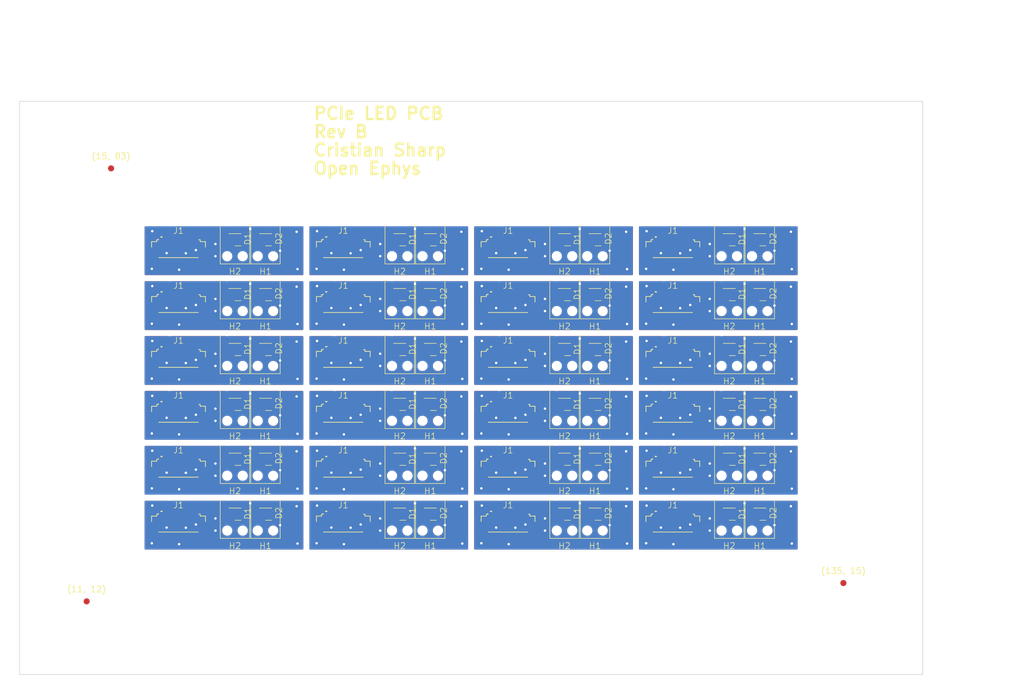
<source format=kicad_pcb>
(kicad_pcb (version 20221018) (generator pcbnew)
  (layers (0 "F.Cu" signal) (31 "B.Cu" signal) (34 "B.Paste" user) (35 "F.Paste" user) (36 "B.SilkS" user "B.Silkscreen") (37 "F.SilkS" user "F.Silkscreen") (38 "B.Mask" user) (39 "F.Mask" user) (44 "Edge.Cuts" user))
  (net 0 "")
  (net 1 "Board_0-B_{A}")
  (net 2 "Board_0-B_{B}")
  (net 3 "Board_0-GND")
  (net 4 "Board_0-G_{A}")
  (net 5 "Board_0-G_{B}")
  (net 6 "Board_0-R_{A}")
  (net 7 "Board_0-R_{B}")
  (net 8 "Board_1-B_{A}")
  (net 9 "Board_1-B_{B}")
  (net 10 "Board_1-GND")
  (net 11 "Board_1-G_{A}")
  (net 12 "Board_1-G_{B}")
  (net 13 "Board_1-R_{A}")
  (net 14 "Board_1-R_{B}")
  (net 15 "Board_2-B_{A}")
  (net 16 "Board_2-B_{B}")
  (net 17 "Board_2-GND")
  (net 18 "Board_2-G_{A}")
  (net 19 "Board_2-G_{B}")
  (net 20 "Board_2-R_{A}")
  (net 21 "Board_2-R_{B}")
  (net 22 "Board_3-B_{A}")
  (net 23 "Board_3-B_{B}")
  (net 24 "Board_3-GND")
  (net 25 "Board_3-G_{A}")
  (net 26 "Board_3-G_{B}")
  (net 27 "Board_3-R_{A}")
  (net 28 "Board_3-R_{B}")
  (net 29 "Board_4-B_{A}")
  (net 30 "Board_4-B_{B}")
  (net 31 "Board_4-GND")
  (net 32 "Board_4-G_{A}")
  (net 33 "Board_4-G_{B}")
  (net 34 "Board_4-R_{A}")
  (net 35 "Board_4-R_{B}")
  (net 36 "Board_5-B_{A}")
  (net 37 "Board_5-B_{B}")
  (net 38 "Board_5-GND")
  (net 39 "Board_5-G_{A}")
  (net 40 "Board_5-G_{B}")
  (net 41 "Board_5-R_{A}")
  (net 42 "Board_5-R_{B}")
  (net 43 "Board_6-B_{A}")
  (net 44 "Board_6-B_{B}")
  (net 45 "Board_6-GND")
  (net 46 "Board_6-G_{A}")
  (net 47 "Board_6-G_{B}")
  (net 48 "Board_6-R_{A}")
  (net 49 "Board_6-R_{B}")
  (net 50 "Board_7-B_{A}")
  (net 51 "Board_7-B_{B}")
  (net 52 "Board_7-GND")
  (net 53 "Board_7-G_{A}")
  (net 54 "Board_7-G_{B}")
  (net 55 "Board_7-R_{A}")
  (net 56 "Board_7-R_{B}")
  (net 57 "Board_8-B_{A}")
  (net 58 "Board_8-B_{B}")
  (net 59 "Board_8-GND")
  (net 60 "Board_8-G_{A}")
  (net 61 "Board_8-G_{B}")
  (net 62 "Board_8-R_{A}")
  (net 63 "Board_8-R_{B}")
  (net 64 "Board_9-B_{A}")
  (net 65 "Board_9-B_{B}")
  (net 66 "Board_9-GND")
  (net 67 "Board_9-G_{A}")
  (net 68 "Board_9-G_{B}")
  (net 69 "Board_9-R_{A}")
  (net 70 "Board_9-R_{B}")
  (net 71 "Board_10-B_{A}")
  (net 72 "Board_10-B_{B}")
  (net 73 "Board_10-GND")
  (net 74 "Board_10-G_{A}")
  (net 75 "Board_10-G_{B}")
  (net 76 "Board_10-R_{A}")
  (net 77 "Board_10-R_{B}")
  (net 78 "Board_11-B_{A}")
  (net 79 "Board_11-B_{B}")
  (net 80 "Board_11-GND")
  (net 81 "Board_11-G_{A}")
  (net 82 "Board_11-G_{B}")
  (net 83 "Board_11-R_{A}")
  (net 84 "Board_11-R_{B}")
  (net 85 "Board_12-B_{A}")
  (net 86 "Board_12-B_{B}")
  (net 87 "Board_12-GND")
  (net 88 "Board_12-G_{A}")
  (net 89 "Board_12-G_{B}")
  (net 90 "Board_12-R_{A}")
  (net 91 "Board_12-R_{B}")
  (net 92 "Board_13-B_{A}")
  (net 93 "Board_13-B_{B}")
  (net 94 "Board_13-GND")
  (net 95 "Board_13-G_{A}")
  (net 96 "Board_13-G_{B}")
  (net 97 "Board_13-R_{A}")
  (net 98 "Board_13-R_{B}")
  (net 99 "Board_14-B_{A}")
  (net 100 "Board_14-B_{B}")
  (net 101 "Board_14-GND")
  (net 102 "Board_14-G_{A}")
  (net 103 "Board_14-G_{B}")
  (net 104 "Board_14-R_{A}")
  (net 105 "Board_14-R_{B}")
  (net 106 "Board_15-B_{A}")
  (net 107 "Board_15-B_{B}")
  (net 108 "Board_15-GND")
  (net 109 "Board_15-G_{A}")
  (net 110 "Board_15-G_{B}")
  (net 111 "Board_15-R_{A}")
  (net 112 "Board_15-R_{B}")
  (net 113 "Board_16-B_{A}")
  (net 114 "Board_16-B_{B}")
  (net 115 "Board_16-GND")
  (net 116 "Board_16-G_{A}")
  (net 117 "Board_16-G_{B}")
  (net 118 "Board_16-R_{A}")
  (net 119 "Board_16-R_{B}")
  (net 120 "Board_17-B_{A}")
  (net 121 "Board_17-B_{B}")
  (net 122 "Board_17-GND")
  (net 123 "Board_17-G_{A}")
  (net 124 "Board_17-G_{B}")
  (net 125 "Board_17-R_{A}")
  (net 126 "Board_17-R_{B}")
  (net 127 "Board_18-B_{A}")
  (net 128 "Board_18-B_{B}")
  (net 129 "Board_18-GND")
  (net 130 "Board_18-G_{A}")
  (net 131 "Board_18-G_{B}")
  (net 132 "Board_18-R_{A}")
  (net 133 "Board_18-R_{B}")
  (net 134 "Board_19-B_{A}")
  (net 135 "Board_19-B_{B}")
  (net 136 "Board_19-GND")
  (net 137 "Board_19-G_{A}")
  (net 138 "Board_19-G_{B}")
  (net 139 "Board_19-R_{A}")
  (net 140 "Board_19-R_{B}")
  (net 141 "Board_20-B_{A}")
  (net 142 "Board_20-B_{B}")
  (net 143 "Board_20-GND")
  (net 144 "Board_20-G_{A}")
  (net 145 "Board_20-G_{B}")
  (net 146 "Board_20-R_{A}")
  (net 147 "Board_20-R_{B}")
  (net 148 "Board_21-B_{A}")
  (net 149 "Board_21-B_{B}")
  (net 150 "Board_21-GND")
  (net 151 "Board_21-G_{A}")
  (net 152 "Board_21-G_{B}")
  (net 153 "Board_21-R_{A}")
  (net 154 "Board_21-R_{B}")
  (net 155 "Board_22-B_{A}")
  (net 156 "Board_22-B_{B}")
  (net 157 "Board_22-GND")
  (net 158 "Board_22-G_{A}")
  (net 159 "Board_22-G_{B}")
  (net 160 "Board_22-R_{A}")
  (net 161 "Board_22-R_{B}")
  (net 162 "Board_23-B_{A}")
  (net 163 "Board_23-B_{B}")
  (net 164 "Board_23-GND")
  (net 165 "Board_23-G_{A}")
  (net 166 "Board_23-G_{B}")
  (net 167 "Board_23-R_{A}")
  (net 168 "Board_23-R_{B}")
  (footprint "Open Ephys:BIVAR_SLP3-150-100-R" (layer "F.Cu") (at 125.3 72.4 180)
    (fp_text reference "H1")
    (fp_text value "SLP3-150-100-R")
  )
  (footprint "Open Ephys:BIVAR_SLP3-150-100-R" (layer "F.Cu") (at 152.3 45.4 180)
    (fp_text reference "H1")
    (fp_text value "SLP3-150-100-R")
  )
  (footprint "Open Ephys:BIVAR_SLP3-150-100-R" (layer "F.Cu") (at 152.3 54.4 180)
    (fp_text reference "H1")
    (fp_text value "SLP3-150-100-R")
  )
  (footprint "Open Ephys:BIVAR_SLP3-150-100-R" (layer "F.Cu") (at 98.3 45.4 180)
    (fp_text reference "H1")
    (fp_text value "SLP3-150-100-R")
  )
  (footprint "Open Ephys:BIVAR_SLP3-150-100-R" (layer "F.Cu") (at 71.3 72.4 180)
    (fp_text reference "H1")
    (fp_text value "SLP3-150-100-R")
  )
  (footprint "Open Ephys:BIVAR_SLP3-150-100-R" (layer "F.Cu") (at 71.3 63.4 180)
    (fp_text reference "H1")
    (fp_text value "SLP3-150-100-R")
  )
  (footprint "Open Ephys:BIVAR_SLP3-150-100-R" (layer "F.Cu") (at 125.3 45.4 180)
    (fp_text reference "H1")
    (fp_text value "SLP3-150-100-R")
  )
  (footprint "Open Ephys:BIVAR_SLP3-150-100-R" (layer "F.Cu") (at 71.3 90.4 180)
    (fp_text reference "H1")
    (fp_text value "SLP3-150-100-R")
  )
  (footprint "Open Ephys:BIVAR_SLP3-150-100-R" (layer "F.Cu") (at 152.3 90.4 180)
    (fp_text reference "H1")
    (fp_text value "SLP3-150-100-R")
  )
  (footprint "Open Ephys:BIVAR_SLP3-150-100-R" (layer "F.Cu") (at 152.3 63.4 180)
    (fp_text reference "H1")
    (fp_text value "SLP3-150-100-R")
  )
  (footprint "Open Ephys:BIVAR_SLP3-150-100-R" (layer "F.Cu") (at 152.3 72.4 180)
    (fp_text reference "H1")
    (fp_text value "SLP3-150-100-R")
  )
  (footprint "Open Ephys:BIVAR_SLP3-150-100-R" (layer "F.Cu") (at 71.3 45.4 180)
    (fp_text reference "H1")
    (fp_text value "SLP3-150-100-R")
  )
  (footprint "Open Ephys:BIVAR_SLP3-150-100-R" (layer "F.Cu") (at 71.3 81.4 180)
    (fp_text reference "H1")
    (fp_text value "SLP3-150-100-R")
  )
  (footprint "Open Ephys:BIVAR_SLP3-150-100-R" (layer "F.Cu") (at 71.3 54.4 180)
    (fp_text reference "H1")
    (fp_text value "SLP3-150-100-R")
  )
  (footprint "Open Ephys:BIVAR_SLP3-150-100-R" (layer "F.Cu") (at 125.3 63.4 180)
    (fp_text reference "H1")
    (fp_text value "SLP3-150-100-R")
  )
  (footprint "Open Ephys:BIVAR_SLP3-150-100-R" (layer "F.Cu") (at 125.3 54.4 180)
    (fp_text reference "H1")
    (fp_text value "SLP3-150-100-R")
  )
  (footprint "Open Ephys:BIVAR_SLP3-150-100-R" (layer "F.Cu") (at 98.3 63.4 180)
    (fp_text reference "H1")
    (fp_text value "SLP3-150-100-R")
  )
  (footprint "Open Ephys:BIVAR_SLP3-150-100-R" (layer "F.Cu") (at 152.3 81.4 180)
    (fp_text reference "H1")
    (fp_text value "SLP3-150-100-R")
  )
  (footprint "Open Ephys:BIVAR_SLP3-150-100-R" (layer "F.Cu") (at 98.3 81.4 180)
    (fp_text reference "H1")
    (fp_text value "SLP3-150-100-R")
  )
  (footprint "Open Ephys:BIVAR_SLP3-150-100-R" (layer "F.Cu") (at 125.3 81.4 180)
    (fp_text reference "H1")
    (fp_text value "SLP3-150-100-R")
  )
  (footprint "Open Ephys:BIVAR_SLP3-150-100-R" (layer "F.Cu") (at 98.3 54.4 180)
    (fp_text reference "H1")
    (fp_text value "SLP3-150-100-R")
  )
  (footprint "Open Ephys:BIVAR_SLP3-150-100-R" (layer "F.Cu") (at 125.3 90.4 180)
    (fp_text reference "H1")
    (fp_text value "SLP3-150-100-R")
  )
  (footprint "Open Ephys:BIVAR_SLP3-150-100-R" (layer "F.Cu") (at 98.3 90.4 180)
    (fp_text reference "H1")
    (fp_text value "SLP3-150-100-R")
  )
  (footprint "Open Ephys:BIVAR_SLP3-150-100-R" (layer "F.Cu") (at 98.3 72.4 180)
    (fp_text reference "H1")
    (fp_text value "SLP3-150-100-R")
  )
  (footprint "Open Ephys:JST_SM08B-SURS-TF(LF)(SN)" (layer "F.Cu") (at 57.0508 80.22224)
    (fp_text reference "J1")
    (fp_text value "SM08B-SURS-TF(LF)(SN)")
  )
  (footprint "Open Ephys:JST_SM08B-SURS-TF(LF)(SN)" (layer "F.Cu") (at 84.0508 71.22224)
    (fp_text reference "J1")
    (fp_text value "SM08B-SURS-TF(LF)(SN)")
  )
  (footprint "Open Ephys:JST_SM08B-SURS-TF(LF)(SN)" (layer "F.Cu") (at 138.0508 62.22224)
    (fp_text reference "J1")
    (fp_text value "SM08B-SURS-TF(LF)(SN)")
  )
  (footprint "Open Ephys:JST_SM08B-SURS-TF(LF)(SN)" (layer "F.Cu") (at 111.0508 44.22224)
    (fp_text reference "J1")
    (fp_text value "SM08B-SURS-TF(LF)(SN)")
  )
  (footprint "Open Ephys:JST_SM08B-SURS-TF(LF)(SN)" (layer "F.Cu") (at 138.0508 44.22224)
    (fp_text reference "J1")
    (fp_text value "SM08B-SURS-TF(LF)(SN)")
  )
  (footprint "Open Ephys:JST_SM08B-SURS-TF(LF)(SN)" (layer "F.Cu") (at 138.0508 89.22224)
    (fp_text reference "J1")
    (fp_text value "SM08B-SURS-TF(LF)(SN)")
  )
  (footprint "Open Ephys:JST_SM08B-SURS-TF(LF)(SN)" (layer "F.Cu") (at 111.0508 80.22224)
    (fp_text reference "J1")
    (fp_text value "SM08B-SURS-TF(LF)(SN)")
  )
  (footprint "Open Ephys:JST_SM08B-SURS-TF(LF)(SN)" (layer "F.Cu") (at 84.0508 80.22224)
    (fp_text reference "J1")
    (fp_text value "SM08B-SURS-TF(LF)(SN)")
  )
  (footprint "Open Ephys:JST_SM08B-SURS-TF(LF)(SN)" (layer "F.Cu") (at 57.0508 62.22224)
    (fp_text reference "J1")
    (fp_text value "SM08B-SURS-TF(LF)(SN)")
  )
  (footprint "Open Ephys:JST_SM08B-SURS-TF(LF)(SN)" (layer "F.Cu") (at 111.0508 62.22224)
    (fp_text reference "J1")
    (fp_text value "SM08B-SURS-TF(LF)(SN)")
  )
  (footprint "Open Ephys:JST_SM08B-SURS-TF(LF)(SN)" (layer "F.Cu") (at 111.0508 71.22224)
    (fp_text reference "J1")
    (fp_text value "SM08B-SURS-TF(LF)(SN)")
  )
  (footprint "Open Ephys:JST_SM08B-SURS-TF(LF)(SN)" (layer "F.Cu") (at 111.0508 53.22224)
    (fp_text reference "J1")
    (fp_text value "SM08B-SURS-TF(LF)(SN)")
  )
  (footprint "Open Ephys:JST_SM08B-SURS-TF(LF)(SN)" (layer "F.Cu") (at 57.0508 53.22224)
    (fp_text reference "J1")
    (fp_text value "SM08B-SURS-TF(LF)(SN)")
  )
  (footprint "Open Ephys:JST_SM08B-SURS-TF(LF)(SN)" (layer "F.Cu") (at 57.0508 44.22224)
    (fp_text reference "J1")
    (fp_text value "SM08B-SURS-TF(LF)(SN)")
  )
  (footprint "Open Ephys:JST_SM08B-SURS-TF(LF)(SN)" (layer "F.Cu") (at 138.0508 53.22224)
    (fp_text reference "J1")
    (fp_text value "SM08B-SURS-TF(LF)(SN)")
  )
  (footprint "Open Ephys:JST_SM08B-SURS-TF(LF)(SN)" (layer "F.Cu") (at 84.0508 89.22224)
    (fp_text reference "J1")
    (fp_text value "SM08B-SURS-TF(LF)(SN)")
  )
  (footprint "Open Ephys:JST_SM08B-SURS-TF(LF)(SN)" (layer "F.Cu") (at 138.0508 80.22224)
    (fp_text reference "J1")
    (fp_text value "SM08B-SURS-TF(LF)(SN)")
  )
  (footprint "Open Ephys:JST_SM08B-SURS-TF(LF)(SN)" (layer "F.Cu") (at 57.0508 71.22224)
    (fp_text reference "J1")
    (fp_text value "SM08B-SURS-TF(LF)(SN)")
  )
  (footprint "Open Ephys:JST_SM08B-SURS-TF(LF)(SN)" (layer "F.Cu") (at 138.0508 71.22224)
    (fp_text reference "J1")
    (fp_text value "SM08B-SURS-TF(LF)(SN)")
  )
  (footprint "Open Ephys:JST_SM08B-SURS-TF(LF)(SN)" (layer "F.Cu") (at 111.0508 89.22224)
    (fp_text reference "J1")
    (fp_text value "SM08B-SURS-TF(LF)(SN)")
  )
  (footprint "Open Ephys:JST_SM08B-SURS-TF(LF)(SN)" (layer "F.Cu") (at 57.0508 89.22224)
    (fp_text reference "J1")
    (fp_text value "SM08B-SURS-TF(LF)(SN)")
  )
  (footprint "Open Ephys:JST_SM08B-SURS-TF(LF)(SN)" (layer "F.Cu") (at 84.0508 53.22224)
    (fp_text reference "J1")
    (fp_text value "SM08B-SURS-TF(LF)(SN)")
  )
  (footprint "Open Ephys:JST_SM08B-SURS-TF(LF)(SN)" (layer "F.Cu") (at 84.0508 44.22224)
    (fp_text reference "J1")
    (fp_text value "SM08B-SURS-TF(LF)(SN)")
  )
  (footprint "Open Ephys:JST_SM08B-SURS-TF(LF)(SN)" (layer "F.Cu") (at 84.0508 62.22224)
    (fp_text reference "J1")
    (fp_text value "SM08B-SURS-TF(LF)(SN)")
  )
  (footprint "Fiducial:Fiducial_1mm_Mask2mm" (layer "F.Cu") (at 46 31)
    (fp_text reference "(15, 83)")
    (fp_text value "Fiducial_1mm_Mask2mm")
  )
  (footprint "Open Ephys:EVERLIGHT_6-SMD-1.6x1.6" (layer "F.Cu") (at 120.3 78.7 180)
    (fp_text reference "D1")
    (fp_text value "LED_RGB")
  )
  (footprint "Open Ephys:EVERLIGHT_6-SMD-1.6x1.6" (layer "F.Cu") (at 66.3 78.7 180)
    (fp_text reference "D1")
    (fp_text value "LED_RGB")
  )
  (footprint "Open Ephys:EVERLIGHT_6-SMD-1.6x1.6" (layer "F.Cu") (at 93.3 78.7 180)
    (fp_text reference "D1")
    (fp_text value "LED_RGB")
  )
  (footprint "Open Ephys:EVERLIGHT_6-SMD-1.6x1.6" (layer "F.Cu") (at 93.3 42.7 180)
    (fp_text reference "D1")
    (fp_text value "LED_RGB")
  )
  (footprint "Open Ephys:EVERLIGHT_6-SMD-1.6x1.6" (layer "F.Cu") (at 66.3 87.7 180)
    (fp_text reference "D1")
    (fp_text value "LED_RGB")
  )
  (footprint "Open Ephys:EVERLIGHT_6-SMD-1.6x1.6" (layer "F.Cu") (at 147.3 51.7 180)
    (fp_text reference "D1")
    (fp_text value "LED_RGB")
  )
  (footprint "Open Ephys:EVERLIGHT_6-SMD-1.6x1.6" (layer "F.Cu") (at 147.3 78.7 180)
    (fp_text reference "D1")
    (fp_text value "LED_RGB")
  )
  (footprint "Open Ephys:EVERLIGHT_6-SMD-1.6x1.6" (layer "F.Cu") (at 120.3 69.7 180)
    (fp_text reference "D1")
    (fp_text value "LED_RGB")
  )
  (footprint "Open Ephys:EVERLIGHT_6-SMD-1.6x1.6" (layer "F.Cu") (at 147.3 42.7 180)
    (fp_text reference "D1")
    (fp_text value "LED_RGB")
  )
  (footprint "Open Ephys:EVERLIGHT_6-SMD-1.6x1.6" (layer "F.Cu") (at 147.3 60.7 180)
    (fp_text reference "D1")
    (fp_text value "LED_RGB")
  )
  (footprint "Open Ephys:EVERLIGHT_6-SMD-1.6x1.6" (layer "F.Cu") (at 66.3 42.7 180)
    (fp_text reference "D1")
    (fp_text value "LED_RGB")
  )
  (footprint "Open Ephys:EVERLIGHT_6-SMD-1.6x1.6" (layer "F.Cu") (at 120.3 42.7 180)
    (fp_text reference "D1")
    (fp_text value "LED_RGB")
  )
  (footprint "Open Ephys:EVERLIGHT_6-SMD-1.6x1.6" (layer "F.Cu") (at 66.3 60.7 180)
    (fp_text reference "D1")
    (fp_text value "LED_RGB")
  )
  (footprint "Open Ephys:EVERLIGHT_6-SMD-1.6x1.6" (layer "F.Cu") (at 120.3 60.7 180)
    (fp_text reference "D1")
    (fp_text value "LED_RGB")
  )
  (footprint "Open Ephys:EVERLIGHT_6-SMD-1.6x1.6" (layer "F.Cu") (at 147.3 87.7 180)
    (fp_text reference "D1")
    (fp_text value "LED_RGB")
  )
  (footprint "Open Ephys:EVERLIGHT_6-SMD-1.6x1.6" (layer "F.Cu") (at 93.3 51.7 180)
    (fp_text reference "D1")
    (fp_text value "LED_RGB")
  )
  (footprint "Open Ephys:EVERLIGHT_6-SMD-1.6x1.6" (layer "F.Cu") (at 93.3 60.7 180)
    (fp_text reference "D1")
    (fp_text value "LED_RGB")
  )
  (footprint "Open Ephys:EVERLIGHT_6-SMD-1.6x1.6" (layer "F.Cu") (at 93.3 87.7 180)
    (fp_text reference "D1")
    (fp_text value "LED_RGB")
  )
  (footprint "Open Ephys:EVERLIGHT_6-SMD-1.6x1.6" (layer "F.Cu") (at 120.3 51.7 180)
    (fp_text reference "D1")
    (fp_text value "LED_RGB")
  )
  (footprint "Open Ephys:EVERLIGHT_6-SMD-1.6x1.6" (layer "F.Cu") (at 66.3 51.7 180)
    (fp_text reference "D1")
    (fp_text value "LED_RGB")
  )
  (footprint "Open Ephys:EVERLIGHT_6-SMD-1.6x1.6" (layer "F.Cu") (at 93.3 69.7 180)
    (fp_text reference "D1")
    (fp_text value "LED_RGB")
  )
  (footprint "Open Ephys:EVERLIGHT_6-SMD-1.6x1.6" (layer "F.Cu") (at 66.3 69.7 180)
    (fp_text reference "D1")
    (fp_text value "LED_RGB")
  )
  (footprint "Open Ephys:EVERLIGHT_6-SMD-1.6x1.6" (layer "F.Cu") (at 120.3 87.7 180)
    (fp_text reference "D1")
    (fp_text value "LED_RGB")
  )
  (footprint "Open Ephys:EVERLIGHT_6-SMD-1.6x1.6" (layer "F.Cu") (at 147.3 69.7 180)
    (fp_text reference "D1")
    (fp_text value "LED_RGB")
  )
  (footprint "Fiducial:Fiducial_1mm_Mask2mm" (layer "F.Cu") (at 42 102)
    (fp_text reference "(11, 12)")
    (fp_text value "Fiducial_1mm_Mask2mm")
  )
  (footprint "Open Ephys:EVERLIGHT_6-SMD-1.6x1.6" (layer "F.Cu") (at 98.3 87.7 180)
    (fp_text reference "D2")
    (fp_text value "LED_RGB")
  )
  (footprint "Open Ephys:EVERLIGHT_6-SMD-1.6x1.6" (layer "F.Cu") (at 71.3 60.7 180)
    (fp_text reference "D2")
    (fp_text value "LED_RGB")
  )
  (footprint "Open Ephys:EVERLIGHT_6-SMD-1.6x1.6" (layer "F.Cu") (at 71.3 69.7 180)
    (fp_text reference "D2")
    (fp_text value "LED_RGB")
  )
  (footprint "Open Ephys:EVERLIGHT_6-SMD-1.6x1.6" (layer "F.Cu") (at 71.3 87.7 180)
    (fp_text reference "D2")
    (fp_text value "LED_RGB")
  )
  (footprint "Open Ephys:EVERLIGHT_6-SMD-1.6x1.6" (layer "F.Cu") (at 71.3 42.7 180)
    (fp_text reference "D2")
    (fp_text value "LED_RGB")
  )
  (footprint "Open Ephys:EVERLIGHT_6-SMD-1.6x1.6" (layer "F.Cu") (at 98.3 60.7 180)
    (fp_text reference "D2")
    (fp_text value "LED_RGB")
  )
  (footprint "Open Ephys:EVERLIGHT_6-SMD-1.6x1.6" (layer "F.Cu") (at 125.3 42.7 180)
    (fp_text reference "D2")
    (fp_text value "LED_RGB")
  )
  (footprint "Open Ephys:EVERLIGHT_6-SMD-1.6x1.6" (layer "F.Cu") (at 71.3 51.7 180)
    (fp_text reference "D2")
    (fp_text value "LED_RGB")
  )
  (footprint "Open Ephys:EVERLIGHT_6-SMD-1.6x1.6" (layer "F.Cu") (at 125.3 87.7 180)
    (fp_text reference "D2")
    (fp_text value "LED_RGB")
  )
  (footprint "Open Ephys:EVERLIGHT_6-SMD-1.6x1.6" (layer "F.Cu") (at 125.3 51.7 180)
    (fp_text reference "D2")
    (fp_text value "LED_RGB")
  )
  (footprint "Open Ephys:EVERLIGHT_6-SMD-1.6x1.6" (layer "F.Cu") (at 98.3 69.7 180)
    (fp_text reference "D2")
    (fp_text value "LED_RGB")
  )
  (footprint "Open Ephys:EVERLIGHT_6-SMD-1.6x1.6" (layer "F.Cu") (at 152.3 51.7 180)
    (fp_text reference "D2")
    (fp_text value "LED_RGB")
  )
  (footprint "Open Ephys:EVERLIGHT_6-SMD-1.6x1.6" (layer "F.Cu") (at 152.3 42.7 180)
    (fp_text reference "D2")
    (fp_text value "LED_RGB")
  )
  (footprint "Open Ephys:EVERLIGHT_6-SMD-1.6x1.6" (layer "F.Cu") (at 152.3 60.7 180)
    (fp_text reference "D2")
    (fp_text value "LED_RGB")
  )
  (footprint "Open Ephys:EVERLIGHT_6-SMD-1.6x1.6" (layer "F.Cu") (at 98.3 51.7 180)
    (fp_text reference "D2")
    (fp_text value "LED_RGB")
  )
  (footprint "Open Ephys:EVERLIGHT_6-SMD-1.6x1.6" (layer "F.Cu") (at 125.3 60.7 180)
    (fp_text reference "D2")
    (fp_text value "LED_RGB")
  )
  (footprint "Open Ephys:EVERLIGHT_6-SMD-1.6x1.6" (layer "F.Cu") (at 152.3 69.7 180)
    (fp_text reference "D2")
    (fp_text value "LED_RGB")
  )
  (footprint "Open Ephys:EVERLIGHT_6-SMD-1.6x1.6" (layer "F.Cu") (at 98.3 42.7 180)
    (fp_text reference "D2")
    (fp_text value "LED_RGB")
  )
  (footprint "Open Ephys:EVERLIGHT_6-SMD-1.6x1.6" (layer "F.Cu") (at 152.3 78.7 180)
    (fp_text reference "D2")
    (fp_text value "LED_RGB")
  )
  (footprint "Open Ephys:EVERLIGHT_6-SMD-1.6x1.6" (layer "F.Cu") (at 125.3 78.7 180)
    (fp_text reference "D2")
    (fp_text value "LED_RGB")
  )
  (footprint "Open Ephys:EVERLIGHT_6-SMD-1.6x1.6" (layer "F.Cu") (at 152.3 87.7 180)
    (fp_text reference "D2")
    (fp_text value "LED_RGB")
  )
  (footprint "Open Ephys:EVERLIGHT_6-SMD-1.6x1.6" (layer "F.Cu") (at 98.3 78.7 180)
    (fp_text reference "D2")
    (fp_text value "LED_RGB")
  )
  (footprint "Open Ephys:EVERLIGHT_6-SMD-1.6x1.6" (layer "F.Cu") (at 125.3 69.7 180)
    (fp_text reference "D2")
    (fp_text value "LED_RGB")
  )
  (footprint "Open Ephys:EVERLIGHT_6-SMD-1.6x1.6" (layer "F.Cu") (at 71.3 78.7 180)
    (fp_text reference "D2")
    (fp_text value "LED_RGB")
  )
  (footprint "Fiducial:Fiducial_1mm_Mask2mm" (layer "F.Cu") (at 166 99)
    (fp_text reference "(135, 15)")
    (fp_text value "Fiducial_1mm_Mask2mm")
  )
  (footprint "Open Ephys:BIVAR_SLP3-150-100-R" (layer "F.Cu") (at 93.3 72.4 180)
    (fp_text reference "H2")
    (fp_text value "SLP3-150-100-R")
  )
  (footprint "Open Ephys:BIVAR_SLP3-150-100-R" (layer "F.Cu") (at 147.3 72.4 180)
    (fp_text reference "H2")
    (fp_text value "SLP3-150-100-R")
  )
  (footprint "Open Ephys:BIVAR_SLP3-150-100-R" (layer "F.Cu") (at 147.3 81.4 180)
    (fp_text reference "H2")
    (fp_text value "SLP3-150-100-R")
  )
  (footprint "Open Ephys:BIVAR_SLP3-150-100-R" (layer "F.Cu") (at 93.3 81.4 180)
    (fp_text reference "H2")
    (fp_text value "SLP3-150-100-R")
  )
  (footprint "Open Ephys:BIVAR_SLP3-150-100-R" (layer "F.Cu") (at 66.3 54.4 180)
    (fp_text reference "H2")
    (fp_text value "SLP3-150-100-R")
  )
  (footprint "Open Ephys:BIVAR_SLP3-150-100-R" (layer "F.Cu") (at 120.3 72.4 180)
    (fp_text reference "H2")
    (fp_text value "SLP3-150-100-R")
  )
  (footprint "Open Ephys:BIVAR_SLP3-150-100-R" (layer "F.Cu") (at 120.3 81.4 180)
    (fp_text reference "H2")
    (fp_text value "SLP3-150-100-R")
  )
  (footprint "Open Ephys:BIVAR_SLP3-150-100-R" (layer "F.Cu") (at 66.3 72.4 180)
    (fp_text reference "H2")
    (fp_text value "SLP3-150-100-R")
  )
  (footprint "Open Ephys:BIVAR_SLP3-150-100-R" (layer "F.Cu") (at 147.3 63.4 180)
    (fp_text reference "H2")
    (fp_text value "SLP3-150-100-R")
  )
  (footprint "Open Ephys:BIVAR_SLP3-150-100-R" (layer "F.Cu") (at 120.3 63.4 180)
    (fp_text reference "H2")
    (fp_text value "SLP3-150-100-R")
  )
  (footprint "Open Ephys:BIVAR_SLP3-150-100-R" (layer "F.Cu") (at 66.3 81.4 180)
    (fp_text reference "H2")
    (fp_text value "SLP3-150-100-R")
  )
  (footprint "Open Ephys:BIVAR_SLP3-150-100-R" (layer "F.Cu") (at 147.3 45.4 180)
    (fp_text reference "H2")
    (fp_text value "SLP3-150-100-R")
  )
  (footprint "Open Ephys:BIVAR_SLP3-150-100-R" (layer "F.Cu") (at 93.3 63.4 180)
    (fp_text reference "H2")
    (fp_text value "SLP3-150-100-R")
  )
  (footprint "Open Ephys:BIVAR_SLP3-150-100-R" (layer "F.Cu") (at 120.3 45.4 180)
    (fp_text reference "H2")
    (fp_text value "SLP3-150-100-R")
  )
  (footprint "Open Ephys:BIVAR_SLP3-150-100-R" (layer "F.Cu") (at 66.3 63.4 180)
    (fp_text reference "H2")
    (fp_text value "SLP3-150-100-R")
  )
  (footprint "Open Ephys:BIVAR_SLP3-150-100-R" (layer "F.Cu") (at 93.3 54.4 180)
    (fp_text reference "H2")
    (fp_text value "SLP3-150-100-R")
  )
  (footprint "Open Ephys:BIVAR_SLP3-150-100-R" (layer "F.Cu") (at 120.3 54.4 180)
    (fp_text reference "H2")
    (fp_text value "SLP3-150-100-R")
  )
  (footprint "Open Ephys:BIVAR_SLP3-150-100-R" (layer "F.Cu") (at 120.3 90.4 180)
    (fp_text reference "H2")
    (fp_text value "SLP3-150-100-R")
  )
  (footprint "Open Ephys:BIVAR_SLP3-150-100-R" (layer "F.Cu") (at 147.3 90.4 180)
    (fp_text reference "H2")
    (fp_text value "SLP3-150-100-R")
  )
  (footprint "Open Ephys:BIVAR_SLP3-150-100-R" (layer "F.Cu") (at 93.3 90.4 180)
    (fp_text reference "H2")
    (fp_text value "SLP3-150-100-R")
  )
  (footprint "Open Ephys:BIVAR_SLP3-150-100-R" (layer "F.Cu") (at 93.3 45.4 180)
    (fp_text reference "H2")
    (fp_text value "SLP3-150-100-R")
  )
  (footprint "Open Ephys:BIVAR_SLP3-150-100-R" (layer "F.Cu") (at 147.3 54.4 180)
    (fp_text reference "H2")
    (fp_text value "SLP3-150-100-R")
  )
  (footprint "Open Ephys:BIVAR_SLP3-150-100-R" (layer "F.Cu") (at 66.3 90.4 180)
    (fp_text reference "H2")
    (fp_text value "SLP3-150-100-R")
  )
  (footprint "Open Ephys:BIVAR_SLP3-150-100-R" (layer "F.Cu") (at 66.3 45.4 180)
    (fp_text reference "H2")
    (fp_text value "SLP3-150-100-R")
  )
  (gr_line (start 31 114) (end 31 114) (stroke (width 0.1)) (layer "Edge.Cuts"))
  (gr_line (start 31 114) (end 179 114) (stroke (width 0.1)) (layer "Edge.Cuts"))
  (gr_line (start 179 20) (end 31 20) (stroke (width 0.1)) (layer "Edge.Cuts"))
  (gr_line (start 31 20) (end 31 114) (stroke (width 0.1)) (layer "Edge.Cuts"))
  (gr_line (start 179 114) (end 179 20) (stroke (width 0.1)) (layer "Edge.Cuts"))
  (gr_text "PCIe LED PCB" (at 79 22) (layer "F.SilkS") (effects (font (size 2 2) (thickness 0.4)) (justify left)))
  (gr_text "Cristian Sharp" (at 79 28) (layer "F.SilkS") (effects (font (size 2 2) (thickness 0.4)) (justify left)))
  (gr_text "Rev B" (at 79 25) (layer "F.SilkS") (effects (font (size 2 2) (thickness 0.4)) (justify left)))
  (gr_text "Open Ephys" (at 79 31) (layer "F.SilkS") (effects (font (size 2 2) (thickness 0.4)) (justify left)))
  (segment (start 62.7 44.4) (end 61.37224 43.07224) (width 0.25) (layer "F.Cu") (net 1))
  (segment (start 70.625 43.425) (end 70.175 43.425) (width 0.25) (layer "F.Cu") (net 1))
  (segment (start 69.2 44.4) (end 62.7 44.4) (width 0.25) (layer "F.Cu") (net 1))
  (segment (start 61.37224 43.07224) (end 59.8508 43.07224) (width 0.25) (layer "F.Cu") (net 1))
  (segment (start 70.175 43.425) (end 69.2 44.4) (width 0.25) (layer "F.Cu") (net 1))
  (segment (start 57.575 41.525) (end 63.225 41.525) (width 0.25) (layer "F.Cu") (net 2))
  (segment (start 65.125 43.425) (end 65.625 43.425) (width 0.25) (layer "F.Cu") (net 2))
  (segment (start 56.6508 43.07224) (end 56.6508 42.4492) (width 0.25) (layer "F.Cu") (net 2))
  (segment (start 56.6508 42.4492) (end 57.575 41.525) (width 0.25) (layer "F.Cu") (net 2))
  (segment (start 63.225 41.525) (end 65.125 43.425) (width 0.25) (layer "F.Cu") (net 2))
  (via (at 63.1 43.4) (size 0.8) (drill 0.4) (layers "F.Cu" "B.Cu") (net 3))
  (via (at 55.1 44.9) (size 0.8) (drill 0.4) (layers "F.Cu" "B.Cu") (net 3))
  (via (at 73.7 44.5) (size 0.8) (drill 0.4) (layers "F.Cu" "B.Cu") (net 3))
  (via (at 76.5508 47.52224) (size 0.8) (drill 0.4) (layers "F.Cu" "B.Cu") (net 3))
  (via (at 76.4008 41.39724) (size 0.8) (drill 0.4) (layers "F.Cu" "B.Cu") (net 3))
  (via (at 59.9 44.4) (size 0.8) (drill 0.4) (layers "F.Cu" "B.Cu") (net 3))
  (via (at 63.1 45.4) (size 0.8) (drill 0.4) (layers "F.Cu" "B.Cu") (net 3))
  (via (at 68.8 40.92224) (size 0.8) (drill 0.4) (layers "F.Cu" "B.Cu") (net 3))
  (via (at 52.7508 41.29724) (size 0.8) (drill 0.4) (layers "F.Cu" "B.Cu") (net 3))
  (via (at 58.2508 44.92224) (size 0.8) (drill 0.4) (layers "F.Cu" "B.Cu") (net 3))
  (via (at 57.1508 47.62224) (size 0.8) (drill 0.4) (layers "F.Cu" "B.Cu") (net 3))
  (via (at 52.6758 47.47224) (size 0.8) (drill 0.4) (layers "F.Cu" "B.Cu") (net 3))
  (segment (start 70.125 41.975) (end 70.625 41.975) (width 0.25) (layer "F.Cu") (net 4))
  (segment (start 68.15 43.95) (end 70.125 41.975) (width 0.25) (layer "F.Cu") (net 4))
  (segment (start 57.4508 43.07224) (end 57.4508 42.4492) (width 0.25) (layer "F.Cu") (net 4))
  (segment (start 65.013604 43.95) (end 68.15 43.95) (width 0.25) (layer "F.Cu") (net 4))
  (segment (start 63.038604 41.975) (end 65.013604 43.95) (width 0.25) (layer "F.Cu") (net 4))
  (segment (start 57.925 41.975) (end 63.038604 41.975) (width 0.25) (layer "F.Cu") (net 4))
  (segment (start 57.4508 42.4492) (end 57.925 41.975) (width 0.25) (layer "F.Cu") (net 4))
  (segment (start 65.625 41.625) (end 65.625 41.975) (width 0.25) (layer "F.Cu") (net 5))
  (segment (start 64.625 40.625) (end 65.625 41.625) (width 0.25) (layer "F.Cu") (net 5))
  (segment (start 55.975 40.625) (end 64.625 40.625) (width 0.25) (layer "F.Cu") (net 5))
  (segment (start 54.2508 43.07224) (end 54.2508 42.3492) (width 0.25) (layer "F.Cu") (net 5))
  (segment (start 54.2508 42.3492) (end 55.975 40.625) (width 0.25) (layer "F.Cu") (net 5))
  (segment (start 70.434057 46.3592) (end 60.724587 46.3592) (width 0.25) (layer "F.Cu") (net 6))
  (segment (start 70.55 42.7) (end 71.025 42.7) (width 0.25) (layer "F.Cu") (net 6))
  (segment (start 59.0508 44.685413) (end 59.0508 43.07224) (width 0.25) (layer "F.Cu") (net 6))
  (segment (start 71.3 45.493257) (end 70.434057 46.3592) (width 0.25) (layer "F.Cu") (net 6))
  (segment (start 71.3 42.975) (end 71.3 45.493257) (width 0.25) (layer "F.Cu") (net 6))
  (segment (start 60.724587 46.3592) (end 59.0508 44.685413) (width 0.25) (layer "F.Cu") (net 6))
  (segment (start 71.025 42.7) (end 71.3 42.975) (width 0.25) (layer "F.Cu") (net 6))
  (segment (start 57.225 41.075) (end 63.475 41.075) (width 0.25) (layer "F.Cu") (net 7))
  (segment (start 55.8508 43.07224) (end 55.8508 42.4492) (width 0.25) (layer "F.Cu") (net 7))
  (segment (start 65.1 42.7) (end 65.55 42.7) (width 0.25) (layer "F.Cu") (net 7))
  (segment (start 55.8508 42.4492) (end 57.225 41.075) (width 0.25) (layer "F.Cu") (net 7))
  (segment (start 63.475 41.075) (end 65.1 42.7) (width 0.25) (layer "F.Cu") (net 7))
  (segment (start 89.7 44.4) (end 88.37224 43.07224) (width 0.25) (layer "F.Cu") (net 8))
  (segment (start 97.625 43.425) (end 97.175 43.425) (width 0.25) (layer "F.Cu") (net 8))
  (segment (start 96.2 44.4) (end 89.7 44.4) (width 0.25) (layer "F.Cu") (net 8))
  (segment (start 88.37224 43.07224) (end 86.8508 43.07224) (width 0.25) (layer "F.Cu") (net 8))
  (segment (start 97.175 43.425) (end 96.2 44.4) (width 0.25) (layer "F.Cu") (net 8))
  (segment (start 84.575 41.525) (end 90.225 41.525) (width 0.25) (layer "F.Cu") (net 9))
  (segment (start 92.125 43.425) (end 92.625 43.425) (width 0.25) (layer "F.Cu") (net 9))
  (segment (start 83.6508 43.07224) (end 83.6508 42.4492) (width 0.25) (layer "F.Cu") (net 9))
  (segment (start 83.6508 42.4492) (end 84.575 41.525) (width 0.25) (layer "F.Cu") (net 9))
  (segment (start 90.225 41.525) (end 92.125 43.425) (width 0.25) (layer "F.Cu") (net 9))
  (via (at 90.1 43.4) (size 0.8) (drill 0.4) (layers "F.Cu" "B.Cu") (net 10))
  (via (at 82.1 44.9) (size 0.8) (drill 0.4) (layers "F.Cu" "B.Cu") (net 10))
  (via (at 100.7 44.5) (size 0.8) (drill 0.4) (layers "F.Cu" "B.Cu") (net 10))
  (via (at 103.5508 47.52224) (size 0.8) (drill 0.4) (layers "F.Cu" "B.Cu") (net 10))
  (via (at 103.4008 41.39724) (size 0.8) (drill 0.4) (layers "F.Cu" "B.Cu") (net 10))
  (via (at 86.9 44.4) (size 0.8) (drill 0.4) (layers "F.Cu" "B.Cu") (net 10))
  (via (at 90.1 45.4) (size 0.8) (drill 0.4) (layers "F.Cu" "B.Cu") (net 10))
  (via (at 95.8 40.92224) (size 0.8) (drill 0.4) (layers "F.Cu" "B.Cu") (net 10))
  (via (at 79.7508 41.29724) (size 0.8) (drill 0.4) (layers "F.Cu" "B.Cu") (net 10))
  (via (at 85.2508 44.92224) (size 0.8) (drill 0.4) (layers "F.Cu" "B.Cu") (net 10))
  (via (at 84.1508 47.62224) (size 0.8) (drill 0.4) (layers "F.Cu" "B.Cu") (net 10))
  (via (at 79.6758 47.47224) (size 0.8) (drill 0.4) (layers "F.Cu" "B.Cu") (net 10))
  (segment (start 97.125 41.975) (end 97.625 41.975) (width 0.25) (layer "F.Cu") (net 11))
  (segment (start 95.15 43.95) (end 97.125 41.975) (width 0.25) (layer "F.Cu") (net 11))
  (segment (start 84.4508 43.07224) (end 84.4508 42.4492) (width 0.25) (layer "F.Cu") (net 11))
  (segment (start 92.013604 43.95) (end 95.15 43.95) (width 0.25) (layer "F.Cu") (net 11))
  (segment (start 90.038604 41.975) (end 92.013604 43.95) (width 0.25) (layer "F.Cu") (net 11))
  (segment (start 84.925 41.975) (end 90.038604 41.975) (width 0.25) (layer "F.Cu") (net 11))
  (segment (start 84.4508 42.4492) (end 84.925 41.975) (width 0.25) (layer "F.Cu") (net 11))
  (segment (start 92.625 41.625) (end 92.625 41.975) (width 0.25) (layer "F.Cu") (net 12))
  (segment (start 91.625 40.625) (end 92.625 41.625) (width 0.25) (layer "F.Cu") (net 12))
  (segment (start 82.975 40.625) (end 91.625 40.625) (width 0.25) (layer "F.Cu") (net 12))
  (segment (start 81.2508 43.07224) (end 81.2508 42.3492) (width 0.25) (layer "F.Cu") (net 12))
  (segment (start 81.2508 42.3492) (end 82.975 40.625) (width 0.25) (layer "F.Cu") (net 12))
  (segment (start 97.434057 46.3592) (end 87.724587 46.3592) (width 0.25) (layer "F.Cu") (net 13))
  (segment (start 97.55 42.7) (end 98.025 42.7) (width 0.25) (layer "F.Cu") (net 13))
  (segment (start 86.0508 44.685413) (end 86.0508 43.07224) (width 0.25) (layer "F.Cu") (net 13))
  (segment (start 98.3 45.493257) (end 97.434057 46.3592) (width 0.25) (layer "F.Cu") (net 13))
  (segment (start 98.3 42.975) (end 98.3 45.493257) (width 0.25) (layer "F.Cu") (net 13))
  (segment (start 87.724587 46.3592) (end 86.0508 44.685413) (width 0.25) (layer "F.Cu") (net 13))
  (segment (start 98.025 42.7) (end 98.3 42.975) (width 0.25) (layer "F.Cu") (net 13))
  (segment (start 84.225 41.075) (end 90.475 41.075) (width 0.25) (layer "F.Cu") (net 14))
  (segment (start 82.8508 43.07224) (end 82.8508 42.4492) (width 0.25) (layer "F.Cu") (net 14))
  (segment (start 92.1 42.7) (end 92.55 42.7) (width 0.25) (layer "F.Cu") (net 14))
  (segment (start 82.8508 42.4492) (end 84.225 41.075) (width 0.25) (layer "F.Cu") (net 14))
  (segment (start 90.475 41.075) (end 92.1 42.7) (width 0.25) (layer "F.Cu") (net 14))
  (segment (start 116.7 44.4) (end 115.37224 43.07224) (width 0.25) (layer "F.Cu") (net 15))
  (segment (start 124.625 43.425) (end 124.175 43.425) (width 0.25) (layer "F.Cu") (net 15))
  (segment (start 123.2 44.4) (end 116.7 44.4) (width 0.25) (layer "F.Cu") (net 15))
  (segment (start 115.37224 43.07224) (end 113.8508 43.07224) (width 0.25) (layer "F.Cu") (net 15))
  (segment (start 124.175 43.425) (end 123.2 44.4) (width 0.25) (layer "F.Cu") (net 15))
  (segment (start 111.575 41.525) (end 117.225 41.525) (width 0.25) (layer "F.Cu") (net 16))
  (segment (start 119.125 43.425) (end 119.625 43.425) (width 0.25) (layer "F.Cu") (net 16))
  (segment (start 110.6508 43.07224) (end 110.6508 42.4492) (width 0.25) (layer "F.Cu") (net 16))
  (segment (start 110.6508 42.4492) (end 111.575 41.525) (width 0.25) (layer "F.Cu") (net 16))
  (segment (start 117.225 41.525) (end 119.125 43.425) (width 0.25) (layer "F.Cu") (net 16))
  (via (at 117.1 43.4) (size 0.8) (drill 0.4) (layers "F.Cu" "B.Cu") (net 17))
  (via (at 109.1 44.9) (size 0.8) (drill 0.4) (layers "F.Cu" "B.Cu") (net 17))
  (via (at 127.7 44.5) (size 0.8) (drill 0.4) (layers "F.Cu" "B.Cu") (net 17))
  (via (at 130.5508 47.52224) (size 0.8) (drill 0.4) (layers "F.Cu" "B.Cu") (net 17))
  (via (at 130.4008 41.39724) (size 0.8) (drill 0.4) (layers "F.Cu" "B.Cu") (net 17))
  (via (at 113.9 44.4) (size 0.8) (drill 0.4) (layers "F.Cu" "B.Cu") (net 17))
  (via (at 117.1 45.4) (size 0.8) (drill 0.4) (layers "F.Cu" "B.Cu") (net 17))
  (via (at 122.8 40.92224) (size 0.8) (drill 0.4) (layers "F.Cu" "B.Cu") (net 17))
  (via (at 106.7508 41.29724) (size 0.8) (drill 0.4) (layers "F.Cu" "B.Cu") (net 17))
  (via (at 112.2508 44.92224) (size 0.8) (drill 0.4) (layers "F.Cu" "B.Cu") (net 17))
  (via (at 111.1508 47.62224) (size 0.8) (drill 0.4) (layers "F.Cu" "B.Cu") (net 17))
  (via (at 106.6758 47.47224) (size 0.8) (drill 0.4) (layers "F.Cu" "B.Cu") (net 17))
  (segment (start 124.125 41.975) (end 124.625 41.975) (width 0.25) (layer "F.Cu") (net 18))
  (segment (start 122.15 43.95) (end 124.125 41.975) (width 0.25) (layer "F.Cu") (net 18))
  (segment (start 111.4508 43.07224) (end 111.4508 42.4492) (width 0.25) (layer "F.Cu") (net 18))
  (segment (start 119.013604 43.95) (end 122.15 43.95) (width 0.25) (layer "F.Cu") (net 18))
  (segment (start 117.038604 41.975) (end 119.013604 43.95) (width 0.25) (layer "F.Cu") (net 18))
  (segment (start 111.925 41.975) (end 117.038604 41.975) (width 0.25) (layer "F.Cu") (net 18))
  (segment (start 111.4508 42.4492) (end 111.925 41.975) (width 0.25) (layer "F.Cu") (net 18))
  (segment (start 119.625 41.625) (end 119.625 41.975) (width 0.25) (layer "F.Cu") (net 19))
  (segment (start 118.625 40.625) (end 119.625 41.625) (width 0.25) (layer "F.Cu") (net 19))
  (segment (start 109.975 40.625) (end 118.625 40.625) (width 0.25) (layer "F.Cu") (net 19))
  (segment (start 108.2508 43.07224) (end 108.2508 42.3492) (width 0.25) (layer "F.Cu") (net 19))
  (segment (start 108.2508 42.3492) (end 109.975 40.625) (width 0.25) (layer "F.Cu") (net 19))
  (segment (start 124.434057 46.3592) (end 114.724587 46.3592) (width 0.25) (layer "F.Cu") (net 20))
  (segment (start 124.55 42.7) (end 125.025 42.7) (width 0.25) (layer "F.Cu") (net 20))
  (segment (start 113.0508 44.685413) (end 113.0508 43.07224) (width 0.25) (layer "F.Cu") (net 20))
  (segment (start 125.3 45.493257) (end 124.434057 46.3592) (width 0.25) (layer "F.Cu") (net 20))
  (segment (start 125.3 42.975) (end 125.3 45.493257) (width 0.25) (layer "F.Cu") (net 20))
  (segment (start 114.724587 46.3592) (end 113.0508 44.685413) (width 0.25) (layer "F.Cu") (net 20))
  (segment (start 125.025 42.7) (end 125.3 42.975) (width 0.25) (layer "F.Cu") (net 20))
  (segment (start 111.225 41.075) (end 117.475 41.075) (width 0.25) (layer "F.Cu") (net 21))
  (segment (start 109.8508 43.07224) (end 109.8508 42.4492) (width 0.25) (layer "F.Cu") (net 21))
  (segment (start 119.1 42.7) (end 119.55 42.7) (width 0.25) (layer "F.Cu") (net 21))
  (segment (start 109.8508 42.4492) (end 111.225 41.075) (width 0.25) (layer "F.Cu") (net 21))
  (segment (start 117.475 41.075) (end 119.1 42.7) (width 0.25) (layer "F.Cu") (net 21))
  (segment (start 143.7 44.4) (end 142.37224 43.07224) (width 0.25) (layer "F.Cu") (net 22))
  (segment (start 151.625 43.425) (end 151.175 43.425) (width 0.25) (layer "F.Cu") (net 22))
  (segment (start 150.2 44.4) (end 143.7 44.4) (width 0.25) (layer "F.Cu") (net 22))
  (segment (start 142.37224 43.07224) (end 140.8508 43.07224) (width 0.25) (layer "F.Cu") (net 22))
  (segment (start 151.175 43.425) (end 150.2 44.4) (width 0.25) (layer "F.Cu") (net 22))
  (segment (start 138.575 41.525) (end 144.225 41.525) (width 0.25) (layer "F.Cu") (net 23))
  (segment (start 146.125 43.425) (end 146.625 43.425) (width 0.25) (layer "F.Cu") (net 23))
  (segment (start 137.6508 43.07224) (end 137.6508 42.4492) (width 0.25) (layer "F.Cu") (net 23))
  (segment (start 137.6508 42.4492) (end 138.575 41.525) (width 0.25) (layer "F.Cu") (net 23))
  (segment (start 144.225 41.525) (end 146.125 43.425) (width 0.25) (layer "F.Cu") (net 23))
  (via (at 144.1 43.4) (size 0.8) (drill 0.4) (layers "F.Cu" "B.Cu") (net 24))
  (via (at 136.1 44.9) (size 0.8) (drill 0.4) (layers "F.Cu" "B.Cu") (net 24))
  (via (at 154.7 44.5) (size 0.8) (drill 0.4) (layers "F.Cu" "B.Cu") (net 24))
  (via (at 157.5508 47.52224) (size 0.8) (drill 0.4) (layers "F.Cu" "B.Cu") (net 24))
  (via (at 157.4008 41.39724) (size 0.8) (drill 0.4) (layers "F.Cu" "B.Cu") (net 24))
  (via (at 140.9 44.4) (size 0.8) (drill 0.4) (layers "F.Cu" "B.Cu") (net 24))
  (via (at 144.1 45.4) (size 0.8) (drill 0.4) (layers "F.Cu" "B.Cu") (net 24))
  (via (at 149.8 40.92224) (size 0.8) (drill 0.4) (layers "F.Cu" "B.Cu") (net 24))
  (via (at 133.7508 41.29724) (size 0.8) (drill 0.4) (layers "F.Cu" "B.Cu") (net 24))
  (via (at 139.2508 44.92224) (size 0.8) (drill 0.4) (layers "F.Cu" "B.Cu") (net 24))
  (via (at 138.1508 47.62224) (size 0.8) (drill 0.4) (layers "F.Cu" "B.Cu") (net 24))
  (via (at 133.6758 47.47224) (size 0.8) (drill 0.4) (layers "F.Cu" "B.Cu") (net 24))
  (segment (start 151.125 41.975) (end 151.625 41.975) (width 0.25) (layer "F.Cu") (net 25))
  (segment (start 149.15 43.95) (end 151.125 41.975) (width 0.25) (layer "F.Cu") (net 25))
  (segment (start 138.4508 43.07224) (end 138.4508 42.4492) (width 0.25) (layer "F.Cu") (net 25))
  (segment (start 146.013604 43.95) (end 149.15 43.95) (width 0.25) (layer "F.Cu") (net 25))
  (segment (start 144.038604 41.975) (end 146.013604 43.95) (width 0.25) (layer "F.Cu") (net 25))
  (segment (start 138.925 41.975) (end 144.038604 41.975) (width 0.25) (layer "F.Cu") (net 25))
  (segment (start 138.4508 42.4492) (end 138.925 41.975) (width 0.25) (layer "F.Cu") (net 25))
  (segment (start 146.625 41.625) (end 146.625 41.975) (width 0.25) (layer "F.Cu") (net 26))
  (segment (start 145.625 40.625) (end 146.625 41.625) (width 0.25) (layer "F.Cu") (net 26))
  (segment (start 136.975 40.625) (end 145.625 40.625) (width 0.25) (layer "F.Cu") (net 26))
  (segment (start 135.2508 43.07224) (end 135.2508 42.3492) (width 0.25) (layer "F.Cu") (net 26))
  (segment (start 135.2508 42.3492) (end 136.975 40.625) (width 0.25) (layer "F.Cu") (net 26))
  (segment (start 151.434057 46.3592) (end 141.724587 46.3592) (width 0.25) (layer "F.Cu") (net 27))
  (segment (start 151.55 42.7) (end 152.025 42.7) (width 0.25) (layer "F.Cu") (net 27))
  (segment (start 140.0508 44.685413) (end 140.0508 43.07224) (width 0.25) (layer "F.Cu") (net 27))
  (segment (start 152.3 45.493257) (end 151.434057 46.3592) (width 0.25) (layer "F.Cu") (net 27))
  (segment (start 152.3 42.975) (end 152.3 45.493257) (width 0.25) (layer "F.Cu") (net 27))
  (segment (start 141.724587 46.3592) (end 140.0508 44.685413) (width 0.25) (layer "F.Cu") (net 27))
  (segment (start 152.025 42.7) (end 152.3 42.975) (width 0.25) (layer "F.Cu") (net 27))
  (segment (start 138.225 41.075) (end 144.475 41.075) (width 0.25) (layer "F.Cu") (net 28))
  (segment (start 136.8508 43.07224) (end 136.8508 42.4492) (width 0.25) (layer "F.Cu") (net 28))
  (segment (start 146.1 42.7) (end 146.55 42.7) (width 0.25) (layer "F.Cu") (net 28))
  (segment (start 136.8508 42.4492) (end 138.225 41.075) (width 0.25) (layer "F.Cu") (net 28))
  (segment (start 144.475 41.075) (end 146.1 42.7) (width 0.25) (layer "F.Cu") (net 28))
  (segment (start 62.7 53.4) (end 61.37224 52.07224) (width 0.25) (layer "F.Cu") (net 29))
  (segment (start 70.625 52.425) (end 70.175 52.425) (width 0.25) (layer "F.Cu") (net 29))
  (segment (start 69.2 53.4) (end 62.7 53.4) (width 0.25) (layer "F.Cu") (net 29))
  (segment (start 61.37224 52.07224) (end 59.8508 52.07224) (width 0.25) (layer "F.Cu") (net 29))
  (segment (start 70.175 52.425) (end 69.2 53.4) (width 0.25) (layer "F.Cu") (net 29))
  (segment (start 57.575 50.525) (end 63.225 50.525) (width 0.25) (layer "F.Cu") (net 30))
  (segment (start 65.125 52.425) (end 65.625 52.425) (width 0.25) (layer "F.Cu") (net 30))
  (segment (start 56.6508 52.07224) (end 56.6508 51.4492) (width 0.25) (layer "F.Cu") (net 30))
  (segment (start 56.6508 51.4492) (end 57.575 50.525) (width 0.25) (layer "F.Cu") (net 30))
  (segment (start 63.225 50.525) (end 65.125 52.425) (width 0.25) (layer "F.Cu") (net 30))
  (via (at 63.1 52.4) (size 0.8) (drill 0.4) (layers "F.Cu" "B.Cu") (net 31))
  (via (at 55.1 53.9) (size 0.8) (drill 0.4) (layers "F.Cu" "B.Cu") (net 31))
  (via (at 73.7 53.5) (size 0.8) (drill 0.4) (layers "F.Cu" "B.Cu") (net 31))
  (via (at 76.5508 56.52224) (size 0.8) (drill 0.4) (layers "F.Cu" "B.Cu") (net 31))
  (via (at 76.4008 50.39724) (size 0.8) (drill 0.4) (layers "F.Cu" "B.Cu") (net 31))
  (via (at 59.9 53.4) (size 0.8) (drill 0.4) (layers "F.Cu" "B.Cu") (net 31))
  (via (at 63.1 54.4) (size 0.8) (drill 0.4) (layers "F.Cu" "B.Cu") (net 31))
  (via (at 68.8 49.92224) (size 0.8) (drill 0.4) (layers "F.Cu" "B.Cu") (net 31))
  (via (at 52.7508 50.29724) (size 0.8) (drill 0.4) (layers "F.Cu" "B.Cu") (net 31))
  (via (at 58.2508 53.92224) (size 0.8) (drill 0.4) (layers "F.Cu" "B.Cu") (net 31))
  (via (at 57.1508 56.62224) (size 0.8) (drill 0.4) (layers "F.Cu" "B.Cu") (net 31))
  (via (at 52.6758 56.47224) (size 0.8) (drill 0.4) (layers "F.Cu" "B.Cu") (net 31))
  (segment (start 70.125 50.975) (end 70.625 50.975) (width 0.25) (layer "F.Cu") (net 32))
  (segment (start 68.15 52.95) (end 70.125 50.975) (width 0.25) (layer "F.Cu") (net 32))
  (segment (start 57.4508 52.07224) (end 57.4508 51.4492) (width 0.25) (layer "F.Cu") (net 32))
  (segment (start 65.013604 52.95) (end 68.15 52.95) (width 0.25) (layer "F.Cu") (net 32))
  (segment (start 63.038604 50.975) (end 65.013604 52.95) (width 0.25) (layer "F.Cu") (net 32))
  (segment (start 57.925 50.975) (end 63.038604 50.975) (width 0.25) (layer "F.Cu") (net 32))
  (segment (start 57.4508 51.4492) (end 57.925 50.975) (width 0.25) (layer "F.Cu") (net 32))
  (segment (start 65.625 50.625) (end 65.625 50.975) (width 0.25) (layer "F.Cu") (net 33))
  (segment (start 64.625 49.625) (end 65.625 50.625) (width 0.25) (layer "F.Cu") (net 33))
  (segment (start 55.975 49.625) (end 64.625 49.625) (width 0.25) (layer "F.Cu") (net 33))
  (segment (start 54.2508 52.07224) (end 54.2508 51.3492) (width 0.25) (layer "F.Cu") (net 33))
  (segment (start 54.2508 51.3492) (end 55.975 49.625) (width 0.25) (layer "F.Cu") (net 33))
  (segment (start 70.434057 55.3592) (end 60.724587 55.3592) (width 0.25) (layer "F.Cu") (net 34))
  (segment (start 70.55 51.7) (end 71.025 51.7) (width 0.25) (layer "F.Cu") (net 34))
  (segment (start 59.0508 53.685413) (end 59.0508 52.07224) (width 0.25) (layer "F.Cu") (net 34))
  (segment (start 71.3 54.493257) (end 70.434057 55.3592) (width 0.25) (layer "F.Cu") (net 34))
  (segment (start 71.3 51.975) (end 71.3 54.493257) (width 0.25) (layer "F.Cu") (net 34))
  (segment (start 60.724587 55.3592) (end 59.0508 53.685413) (width 0.25) (layer "F.Cu") (net 34))
  (segment (start 71.025 51.7) (end 71.3 51.975) (width 0.25) (layer "F.Cu") (net 34))
  (segment (start 57.225 50.075) (end 63.475 50.075) (width 0.25) (layer "F.Cu") (net 35))
  (segment (start 55.8508 52.07224) (end 55.8508 51.4492) (width 0.25) (layer "F.Cu") (net 35))
  (segment (start 65.1 51.7) (end 65.55 51.7) (width 0.25) (layer "F.Cu") (net 35))
  (segment (start 55.8508 51.4492) (end 57.225 50.075) (width 0.25) (layer "F.Cu") (net 35))
  (segment (start 63.475 50.075) (end 65.1 51.7) (width 0.25) (layer "F.Cu") (net 35))
  (segment (start 89.7 53.4) (end 88.37224 52.07224) (width 0.25) (layer "F.Cu") (net 36))
  (segment (start 97.625 52.425) (end 97.175 52.425) (width 0.25) (layer "F.Cu") (net 36))
  (segment (start 96.2 53.4) (end 89.7 53.4) (width 0.25) (layer "F.Cu") (net 36))
  (segment (start 88.37224 52.07224) (end 86.8508 52.07224) (width 0.25) (layer "F.Cu") (net 36))
  (segment (start 97.175 52.425) (end 96.2 53.4) (width 0.25) (layer "F.Cu") (net 36))
  (segment (start 84.575 50.525) (end 90.225 50.525) (width 0.25) (layer "F.Cu") (net 37))
  (segment (start 92.125 52.425) (end 92.625 52.425) (width 0.25) (layer "F.Cu") (net 37))
  (segment (start 83.6508 52.07224) (end 83.6508 51.4492) (width 0.25) (layer "F.Cu") (net 37))
  (segment (start 83.6508 51.4492) (end 84.575 50.525) (width 0.25) (layer "F.Cu") (net 37))
  (segment (start 90.225 50.525) (end 92.125 52.425) (width 0.25) (layer "F.Cu") (net 37))
  (via (at 90.1 52.4) (size 0.8) (drill 0.4) (layers "F.Cu" "B.Cu") (net 38))
  (via (at 82.1 53.9) (size 0.8) (drill 0.4) (layers "F.Cu" "B.Cu") (net 38))
  (via (at 100.7 53.5) (size 0.8) (drill 0.4) (layers "F.Cu" "B.Cu") (net 38))
  (via (at 103.5508 56.52224) (size 0.8) (drill 0.4) (layers "F.Cu" "B.Cu") (net 38))
  (via (at 103.4008 50.39724) (size 0.8) (drill 0.4) (layers "F.Cu" "B.Cu") (net 38))
  (via (at 86.9 53.4) (size 0.8) (drill 0.4) (layers "F.Cu" "B.Cu") (net 38))
  (via (at 90.1 54.4) (size 0.8) (drill 0.4) (layers "F.Cu" "B.Cu") (net 38))
  (via (at 95.8 49.92224) (size 0.8) (drill 0.4) (layers "F.Cu" "B.Cu") (net 38))
  (via (at 79.7508 50.29724) (size 0.8) (drill 0.4) (layers "F.Cu" "B.Cu") (net 38))
  (via (at 85.2508 53.92224) (size 0.8) (drill 0.4) (layers "F.Cu" "B.Cu") (net 38))
  (via (at 84.1508 56.62224) (size 0.8) (drill 0.4) (layers "F.Cu" "B.Cu") (net 38))
  (via (at 79.6758 56.47224) (size 0.8) (drill 0.4) (layers "F.Cu" "B.Cu") (net 38))
  (segment (start 97.125 50.975) (end 97.625 50.975) (width 0.25) (layer "F.Cu") (net 39))
  (segment (start 95.15 52.95) (end 97.125 50.975) (width 0.25) (layer "F.Cu") (net 39))
  (segment (start 84.4508 52.07224) (end 84.4508 51.4492) (width 0.25) (layer "F.Cu") (net 39))
  (segment (start 92.013604 52.95) (end 95.15 52.95) (width 0.25) (layer "F.Cu") (net 39))
  (segment (start 90.038604 50.975) (end 92.013604 52.95) (width 0.25) (layer "F.Cu") (net 39))
  (segment (start 84.925 50.975) (end 90.038604 50.975) (width 0.25) (layer "F.Cu") (net 39))
  (segment (start 84.4508 51.4492) (end 84.925 50.975) (width 0.25) (layer "F.Cu") (net 39))
  (segment (start 92.625 50.625) (end 92.625 50.975) (width 0.25) (layer "F.Cu") (net 40))
  (segment (start 91.625 49.625) (end 92.625 50.625) (width 0.25) (layer "F.Cu") (net 40))
  (segment (start 82.975 49.625) (end 91.625 49.625) (width 0.25) (layer "F.Cu") (net 40))
  (segment (start 81.2508 52.07224) (end 81.2508 51.3492) (width 0.25) (layer "F.Cu") (net 40))
  (segment (start 81.2508 51.3492) (end 82.975 49.625) (width 0.25) (layer "F.Cu") (net 40))
  (segment (start 97.434057 55.3592) (end 87.724587 55.3592) (width 0.25) (layer "F.Cu") (net 41))
  (segment (start 97.55 51.7) (end 98.025 51.7) (width 0.25) (layer "F.Cu") (net 41))
  (segment (start 86.0508 53.685413) (end 86.0508 52.07224) (width 0.25) (layer "F.Cu") (net 41))
  (segment (start 98.3 54.493257) (end 97.434057 55.3592) (width 0.25) (layer "F.Cu") (net 41))
  (segment (start 98.3 51.975) (end 98.3 54.493257) (width 0.25) (layer "F.Cu") (net 41))
  (segment (start 87.724587 55.3592) (end 86.0508 53.685413) (width 0.25) (layer "F.Cu") (net 41))
  (segment (start 98.025 51.7) (end 98.3 51.975) (width 0.25) (layer "F.Cu") (net 41))
  (segment (start 84.225 50.075) (end 90.475 50.075) (width 0.25) (layer "F.Cu") (net 42))
  (segment (start 82.8508 52.07224) (end 82.8508 51.4492) (width 0.25) (layer "F.Cu") (net 42))
  (segment (start 92.1 51.7) (end 92.55 51.7) (width 0.25) (layer "F.Cu") (net 42))
  (segment (start 82.8508 51.4492) (end 84.225 50.075) (width 0.25) (layer "F.Cu") (net 42))
  (segment (start 90.475 50.075) (end 92.1 51.7) (width 0.25) (layer "F.Cu") (net 42))
  (segment (start 116.7 53.4) (end 115.37224 52.07224) (width 0.25) (layer "F.Cu") (net 43))
  (segment (start 124.625 52.425) (end 124.175 52.425) (width 0.25) (layer "F.Cu") (net 43))
  (segment (start 123.2 53.4) (end 116.7 53.4) (width 0.25) (layer "F.Cu") (net 43))
  (segment (start 115.37224 52.07224) (end 113.8508 52.07224) (width 0.25) (layer "F.Cu") (net 43))
  (segment (start 124.175 52.425) (end 123.2 53.4) (width 0.25) (layer "F.Cu") (net 43))
  (segment (start 111.575 50.525) (end 117.225 50.525) (width 0.25) (layer "F.Cu") (net 44))
  (segment (start 119.125 52.425) (end 119.625 52.425) (width 0.25) (layer "F.Cu") (net 44))
  (segment (start 110.6508 52.07224) (end 110.6508 51.4492) (width 0.25) (layer "F.Cu") (net 44))
  (segment (start 110.6508 51.4492) (end 111.575 50.525) (width 0.25) (layer "F.Cu") (net 44))
  (segment (start 117.225 50.525) (end 119.125 52.425) (width 0.25) (layer "F.Cu") (net 44))
  (via (at 117.1 52.4) (size 0.8) (drill 0.4) (layers "F.Cu" "B.Cu") (net 45))
  (via (at 109.1 53.9) (size 0.8) (drill 0.4) (layers "F.Cu" "B.Cu") (net 45))
  (via (at 127.7 53.5) (size 0.8) (drill 0.4) (layers "F.Cu" "B.Cu") (net 45))
  (via (at 130.5508 56.52224) (size 0.8) (drill 0.4) (layers "F.Cu" "B.Cu") (net 45))
  (via (at 130.4008 50.39724) (size 0.8) (drill 0.4) (layers "F.Cu" "B.Cu") (net 45))
  (via (at 113.9 53.4) (size 0.8) (drill 0.4) (layers "F.Cu" "B.Cu") (net 45))
  (via (at 117.1 54.4) (size 0.8) (drill 0.4) (layers "F.Cu" "B.Cu") (net 45))
  (via (at 122.8 49.92224) (size 0.8) (drill 0.4) (layers "F.Cu" "B.Cu") (net 45))
  (via (at 106.7508 50.29724) (size 0.8) (drill 0.4) (layers "F.Cu" "B.Cu") (net 45))
  (via (at 112.2508 53.92224) (size 0.8) (drill 0.4) (layers "F.Cu" "B.Cu") (net 45))
  (via (at 111.1508 56.62224) (size 0.8) (drill 0.4) (layers "F.Cu" "B.Cu") (net 45))
  (via (at 106.6758 56.47224) (size 0.8) (drill 0.4) (layers "F.Cu" "B.Cu") (net 45))
  (segment (start 124.125 50.975) (end 124.625 50.975) (width 0.25) (layer "F.Cu") (net 46))
  (segment (start 122.15 52.95) (end 124.125 50.975) (width 0.25) (layer "F.Cu") (net 46))
  (segment (start 111.4508 52.07224) (end 111.4508 51.4492) (width 0.25) (layer "F.Cu") (net 46))
  (segment (start 119.013604 52.95) (end 122.15 52.95) (width 0.25) (layer "F.Cu") (net 46))
  (segment (start 117.038604 50.975) (end 119.013604 52.95) (width 0.25) (layer "F.Cu") (net 46))
  (segment (start 111.925 50.975) (end 117.038604 50.975) (width 0.25) (layer "F.Cu") (net 46))
  (segment (start 111.4508 51.4492) (end 111.925 50.975) (width 0.25) (layer "F.Cu") (net 46))
  (segment (start 119.625 50.625) (end 119.625 50.975) (width 0.25) (layer "F.Cu") (net 47))
  (segment (start 118.625 49.625) (end 119.625 50.625) (width 0.25) (layer "F.Cu") (net 47))
  (segment (start 109.975 49.625) (end 118.625 49.625) (width 0.25) (layer "F.Cu") (net 47))
  (segment (start 108.2508 52.07224) (end 108.2508 51.3492) (width 0.25) (layer "F.Cu") (net 47))
  (segment (start 108.2508 51.3492) (end 109.975 49.625) (width 0.25) (layer "F.Cu") (net 47))
  (segment (start 124.434057 55.3592) (end 114.724587 55.3592) (width 0.25) (layer "F.Cu") (net 48))
  (segment (start 124.55 51.7) (end 125.025 51.7) (width 0.25) (layer "F.Cu") (net 48))
  (segment (start 113.0508 53.685413) (end 113.0508 52.07224) (width 0.25) (layer "F.Cu") (net 48))
  (segment (start 125.3 54.493257) (end 124.434057 55.3592) (width 0.25) (layer "F.Cu") (net 48))
  (segment (start 125.3 51.975) (end 125.3 54.493257) (width 0.25) (layer "F.Cu") (net 48))
  (segment (start 114.724587 55.3592) (end 113.0508 53.685413) (width 0.25) (layer "F.Cu") (net 48))
  (segment (start 125.025 51.7) (end 125.3 51.975) (width 0.25) (layer "F.Cu") (net 48))
  (segment (start 111.225 50.075) (end 117.475 50.075) (width 0.25) (layer "F.Cu") (net 49))
  (segment (start 109.8508 52.07224) (end 109.8508 51.4492) (width 0.25) (layer "F.Cu") (net 49))
  (segment (start 119.1 51.7) (end 119.55 51.7) (width 0.25) (layer "F.Cu") (net 49))
  (segment (start 109.8508 51.4492) (end 111.225 50.075) (width 0.25) (layer "F.Cu") (net 49))
  (segment (start 117.475 50.075) (end 119.1 51.7) (width 0.25) (layer "F.Cu") (net 49))
  (segment (start 143.7 53.4) (end 142.37224 52.07224) (width 0.25) (layer "F.Cu") (net 50))
  (segment (start 151.625 52.425) (end 151.175 52.425) (width 0.25) (layer "F.Cu") (net 50))
  (segment (start 150.2 53.4) (end 143.7 53.4) (width 0.25) (layer "F.Cu") (net 50))
  (segment (start 142.37224 52.07224) (end 140.8508 52.07224) (width 0.25) (layer "F.Cu") (net 50))
  (segment (start 151.175 52.425) (end 150.2 53.4) (width 0.25) (layer "F.Cu") (net 50))
  (segment (start 138.575 50.525) (end 144.225 50.525) (width 0.25) (layer "F.Cu") (net 51))
  (segment (start 146.125 52.425) (end 146.625 52.425) (width 0.25) (layer "F.Cu") (net 51))
  (segment (start 137.6508 52.07224) (end 137.6508 51.4492) (width 0.25) (layer "F.Cu") (net 51))
  (segment (start 137.6508 51.4492) (end 138.575 50.525) (width 0.25) (layer "F.Cu") (net 51))
  (segment (start 144.225 50.525) (end 146.125 52.425) (width 0.25) (layer "F.Cu") (net 51))
  (via (at 144.1 52.4) (size 0.8) (drill 0.4) (layers "F.Cu" "B.Cu") (net 52))
  (via (at 136.1 53.9) (size 0.8) (drill 0.4) (layers "F.Cu" "B.Cu") (net 52))
  (via (at 154.7 53.5) (size 0.8) (drill 0.4) (layers "F.Cu" "B.Cu") (net 52))
  (via (at 157.5508 56.52224) (size 0.8) (drill 0.4) (layers "F.Cu" "B.Cu") (net 52))
  (via (at 157.4008 50.39724) (size 0.8) (drill 0.4) (layers "F.Cu" "B.Cu") (net 52))
  (via (at 140.9 53.4) (size 0.8) (drill 0.4) (layers "F.Cu" "B.Cu") (net 52))
  (via (at 144.1 54.4) (size 0.8) (drill 0.4) (layers "F.Cu" "B.Cu") (net 52))
  (via (at 149.8 49.92224) (size 0.8) (drill 0.4) (layers "F.Cu" "B.Cu") (net 52))
  (via (at 133.7508 50.29724) (size 0.8) (drill 0.4) (layers "F.Cu" "B.Cu") (net 52))
  (via (at 139.2508 53.92224) (size 0.8) (drill 0.4) (layers "F.Cu" "B.Cu") (net 52))
  (via (at 138.1508 56.62224) (size 0.8) (drill 0.4) (layers "F.Cu" "B.Cu") (net 52))
  (via (at 133.6758 56.47224) (size 0.8) (drill 0.4) (layers "F.Cu" "B.Cu") (net 52))
  (segment (start 151.125 50.975) (end 151.625 50.975) (width 0.25) (layer "F.Cu") (net 53))
  (segment (start 149.15 52.95) (end 151.125 50.975) (width 0.25) (layer "F.Cu") (net 53))
  (segment (start 138.4508 52.07224) (end 138.4508 51.4492) (width 0.25) (layer "F.Cu") (net 53))
  (segment (start 146.013604 52.95) (end 149.15 52.95) (width 0.25) (layer "F.Cu") (net 53))
  (segment (start 144.038604 50.975) (end 146.013604 52.95) (width 0.25) (layer "F.Cu") (net 53))
  (segment (start 138.925 50.975) (end 144.038604 50.975) (width 0.25) (layer "F.Cu") (net 53))
  (segment (start 138.4508 51.4492) (end 138.925 50.975) (width 0.25) (layer "F.Cu") (net 53))
  (segment (start 146.625 50.625) (end 146.625 50.975) (width 0.25) (layer "F.Cu") (net 54))
  (segment (start 145.625 49.625) (end 146.625 50.625) (width 0.25) (layer "F.Cu") (net 54))
  (segment (start 136.975 49.625) (end 145.625 49.625) (width 0.25) (layer "F.Cu") (net 54))
  (segment (start 135.2508 52.07224) (end 135.2508 51.3492) (width 0.25) (layer "F.Cu") (net 54))
  (segment (start 135.2508 51.3492) (end 136.975 49.625) (width 0.25) (layer "F.Cu") (net 54))
  (segment (start 151.434057 55.3592) (end 141.724587 55.3592) (width 0.25) (layer "F.Cu") (net 55))
  (segment (start 151.55 51.7) (end 152.025 51.7) (width 0.25) (layer "F.Cu") (net 55))
  (segment (start 140.0508 53.685413) (end 140.0508 52.07224) (width 0.25) (layer "F.Cu") (net 55))
  (segment (start 152.3 54.493257) (end 151.434057 55.3592) (width 0.25) (layer "F.Cu") (net 55))
  (segment (start 152.3 51.975) (end 152.3 54.493257) (width 0.25) (layer "F.Cu") (net 55))
  (segment (start 141.724587 55.3592) (end 140.0508 53.685413) (width 0.25) (layer "F.Cu") (net 55))
  (segment (start 152.025 51.7) (end 152.3 51.975) (width 0.25) (layer "F.Cu") (net 55))
  (segment (start 138.225 50.075) (end 144.475 50.075) (width 0.25) (layer "F.Cu") (net 56))
  (segment (start 136.8508 52.07224) (end 136.8508 51.4492) (width 0.25) (layer "F.Cu") (net 56))
  (segment (start 146.1 51.7) (end 146.55 51.7) (width 0.25) (layer "F.Cu") (net 56))
  (segment (start 136.8508 51.4492) (end 138.225 50.075) (width 0.25) (layer "F.Cu") (net 56))
  (segment (start 144.475 50.075) (end 146.1 51.7) (width 0.25) (layer "F.Cu") (net 56))
  (segment (start 62.7 62.4) (end 61.37224 61.07224) (width 0.25) (layer "F.Cu") (net 57))
  (segment (start 70.625 61.425) (end 70.175 61.425) (width 0.25) (layer "F.Cu") (net 57))
  (segment (start 69.2 62.4) (end 62.7 62.4) (width 0.25) (layer "F.Cu") (net 57))
  (segment (start 61.37224 61.07224) (end 59.8508 61.07224) (width 0.25) (layer "F.Cu") (net 57))
  (segment (start 70.175 61.425) (end 69.2 62.4) (width 0.25) (layer "F.Cu") (net 57))
  (segment (start 57.575 59.525) (end 63.225 59.525) (width 0.25) (layer "F.Cu") (net 58))
  (segment (start 65.125 61.425) (end 65.625 61.425) (width 0.25) (layer "F.Cu") (net 58))
  (segment (start 56.6508 61.07224) (end 56.6508 60.4492) (width 0.25) (layer "F.Cu") (net 58))
  (segment (start 56.6508 60.4492) (end 57.575 59.525) (width 0.25) (layer "F.Cu") (net 58))
  (segment (start 63.225 59.525) (end 65.125 61.425) (width 0.25) (layer "F.Cu") (net 58))
  (via (at 63.1 61.4) (size 0.8) (drill 0.4) (layers "F.Cu" "B.Cu") (net 59))
  (via (at 55.1 62.9) (size 0.8) (drill 0.4) (layers "F.Cu" "B.Cu") (net 59))
  (via (at 73.7 62.5) (size 0.8) (drill 0.4) (layers "F.Cu" "B.Cu") (net 59))
  (via (at 76.5508 65.52224) (size 0.8) (drill 0.4) (layers "F.Cu" "B.Cu") (net 59))
  (via (at 76.4008 59.39724) (size 0.8) (drill 0.4) (layers "F.Cu" "B.Cu") (net 59))
  (via (at 59.9 62.4) (size 0.8) (drill 0.4) (layers "F.Cu" "B.Cu") (net 59))
  (via (at 63.1 63.4) (size 0.8) (drill 0.4) (layers "F.Cu" "B.Cu") (net 59))
  (via (at 68.8 58.92224) (size 0.8) (drill 0.4) (layers "F.Cu" "B.Cu") (net 59))
  (via (at 52.7508 59.29724) (size 0.8) (drill 0.4) (layers "F.Cu" "B.Cu") (net 59))
  (via (at 58.2508 62.92224) (size 0.8) (drill 0.4) (layers "F.Cu" "B.Cu") (net 59))
  (via (at 57.1508 65.62224) (size 0.8) (drill 0.4) (layers "F.Cu" "B.Cu") (net 59))
  (via (at 52.6758 65.47224) (size 0.8) (drill 0.4) (layers "F.Cu" "B.Cu") (net 59))
  (segment (start 70.125 59.975) (end 70.625 59.975) (width 0.25) (layer "F.Cu") (net 60))
  (segment (start 68.15 61.95) (end 70.125 59.975) (width 0.25) (layer "F.Cu") (net 60))
  (segment (start 57.4508 61.07224) (end 57.4508 60.4492) (width 0.25) (layer "F.Cu") (net 60))
  (segment (start 65.013604 61.95) (end 68.15 61.95) (width 0.25) (layer "F.Cu") (net 60))
  (segment (start 63.038604 59.975) (end 65.013604 61.95) (width 0.25) (layer "F.Cu") (net 60))
  (segment (start 57.925 59.975) (end 63.038604 59.975) (width 0.25) (layer "F.Cu") (net 60))
  (segment (start 57.4508 60.4492) (end 57.925 59.975) (width 0.25) (layer "F.Cu") (net 60))
  (segment (start 65.625 59.625) (end 65.625 59.975) (width 0.25) (layer "F.Cu") (net 61))
  (segment (start 64.625 58.625) (end 65.625 59.625) (width 0.25) (layer "F.Cu") (net 61))
  (segment (start 55.975 58.625) (end 64.625 58.625) (width 0.25) (layer "F.Cu") (net 61))
  (segment (start 54.2508 61.07224) (end 54.2508 60.3492) (width 0.25) (layer "F.Cu") (net 61))
  (segment (start 54.2508 60.3492) (end 55.975 58.625) (width 0.25) (layer "F.Cu") (net 61))
  (segment (start 70.434057 64.3592) (end 60.724587 64.3592) (width 0.25) (layer "F.Cu") (net 62))
  (segment (start 70.55 60.7) (end 71.025 60.7) (width 0.25) (layer "F.Cu") (net 62))
  (segment (start 59.0508 62.685413) (end 59.0508 61.07224) (width 0.25) (layer "F.Cu") (net 62))
  (segment (start 71.3 63.493257) (end 70.434057 64.3592) (width 0.25) (layer "F.Cu") (net 62))
  (segment (start 71.3 60.975) (end 71.3 63.493257) (width 0.25) (layer "F.Cu") (net 62))
  (segment (start 60.724587 64.3592) (end 59.0508 62.685413) (width 0.25) (layer "F.Cu") (net 62))
  (segment (start 71.025 60.7) (end 71.3 60.975) (width 0.25) (layer "F.Cu") (net 62))
  (segment (start 57.225 59.075) (end 63.475 59.075) (width 0.25) (layer "F.Cu") (net 63))
  (segment (start 55.8508 61.07224) (end 55.8508 60.4492) (width 0.25) (layer "F.Cu") (net 63))
  (segment (start 65.1 60.7) (end 65.55 60.7) (width 0.25) (layer "F.Cu") (net 63))
  (segment (start 55.8508 60.4492) (end 57.225 59.075) (width 0.25) (layer "F.Cu") (net 63))
  (segment (start 63.475 59.075) (end 65.1 60.7) (width 0.25) (layer "F.Cu") (net 63))
  (segment (start 89.7 62.4) (end 88.37224 61.07224) (width 0.25) (layer "F.Cu") (net 64))
  (segment (start 97.625 61.425) (end 97.175 61.425) (width 0.25) (layer "F.Cu") (net 64))
  (segment (start 96.2 62.4) (end 89.7 62.4) (width 0.25) (layer "F.Cu") (net 64))
  (segment (start 88.37224 61.07224) (end 86.8508 61.07224) (width 0.25) (layer "F.Cu") (net 64))
  (segment (start 97.175 61.425) (end 96.2 62.4) (width 0.25) (layer "F.Cu") (net 64))
  (segment (start 84.575 59.525) (end 90.225 59.525) (width 0.25) (layer "F.Cu") (net 65))
  (segment (start 92.125 61.425) (end 92.625 61.425) (width 0.25) (layer "F.Cu") (net 65))
  (segment (start 83.6508 61.07224) (end 83.6508 60.4492) (width 0.25) (layer "F.Cu") (net 65))
  (segment (start 83.6508 60.4492) (end 84.575 59.525) (width 0.25) (layer "F.Cu") (net 65))
  (segment (start 90.225 59.525) (end 92.125 61.425) (width 0.25) (layer "F.Cu") (net 65))
  (via (at 90.1 61.4) (size 0.8) (drill 0.4) (layers "F.Cu" "B.Cu") (net 66))
  (via (at 82.1 62.9) (size 0.8) (drill 0.4) (layers "F.Cu" "B.Cu") (net 66))
  (via (at 100.7 62.5) (size 0.8) (drill 0.4) (layers "F.Cu" "B.Cu") (net 66))
  (via (at 103.5508 65.52224) (size 0.8) (drill 0.4) (layers "F.Cu" "B.Cu") (net 66))
  (via (at 103.4008 59.39724) (size 0.8) (drill 0.4) (layers "F.Cu" "B.Cu") (net 66))
  (via (at 86.9 62.4) (size 0.8) (drill 0.4) (layers "F.Cu" "B.Cu") (net 66))
  (via (at 90.1 63.4) (size 0.8) (drill 0.4) (layers "F.Cu" "B.Cu") (net 66))
  (via (at 95.8 58.92224) (size 0.8) (drill 0.4) (layers "F.Cu" "B.Cu") (net 66))
  (via (at 79.7508 59.29724) (size 0.8) (drill 0.4) (layers "F.Cu" "B.Cu") (net 66))
  (via (at 85.2508 62.92224) (size 0.8) (drill 0.4) (layers "F.Cu" "B.Cu") (net 66))
  (via (at 84.1508 65.62224) (size 0.8) (drill 0.4) (layers "F.Cu" "B.Cu") (net 66))
  (via (at 79.6758 65.47224) (size 0.8) (drill 0.4) (layers "F.Cu" "B.Cu") (net 66))
  (segment (start 97.125 59.975) (end 97.625 59.975) (width 0.25) (layer "F.Cu") (net 67))
  (segment (start 95.15 61.95) (end 97.125 59.975) (width 0.25) (layer "F.Cu") (net 67))
  (segment (start 84.4508 61.07224) (end 84.4508 60.4492) (width 0.25) (layer "F.Cu") (net 67))
  (segment (start 92.013604 61.95) (end 95.15 61.95) (width 0.25) (layer "F.Cu") (net 67))
  (segment (start 90.038604 59.975) (end 92.013604 61.95) (width 0.25) (layer "F.Cu") (net 67))
  (segment (start 84.925 59.975) (end 90.038604 59.975) (width 0.25) (layer "F.Cu") (net 67))
  (segment (start 84.4508 60.4492) (end 84.925 59.975) (width 0.25) (layer "F.Cu") (net 67))
  (segment (start 92.625 59.625) (end 92.625 59.975) (width 0.25) (layer "F.Cu") (net 68))
  (segment (start 91.625 58.625) (end 92.625 59.625) (width 0.25) (layer "F.Cu") (net 68))
  (segment (start 82.975 58.625) (end 91.625 58.625) (width 0.25) (layer "F.Cu") (net 68))
  (segment (start 81.2508 61.07224) (end 81.2508 60.3492) (width 0.25) (layer "F.Cu") (net 68))
  (segment (start 81.2508 60.3492) (end 82.975 58.625) (width 0.25) (layer "F.Cu") (net 68))
  (segment (start 97.434057 64.3592) (end 87.724587 64.3592) (width 0.25) (layer "F.Cu") (net 69))
  (segment (start 97.55 60.7) (end 98.025 60.7) (width 0.25) (layer "F.Cu") (net 69))
  (segment (start 86.0508 62.685413) (end 86.0508 61.07224) (width 0.25) (layer "F.Cu") (net 69))
  (segment (start 98.3 63.493257) (end 97.434057 64.3592) (width 0.25) (layer "F.Cu") (net 69))
  (segment (start 98.3 60.975) (end 98.3 63.493257) (width 0.25) (layer "F.Cu") (net 69))
  (segment (start 87.724587 64.3592) (end 86.0508 62.685413) (width 0.25) (layer "F.Cu") (net 69))
  (segment (start 98.025 60.7) (end 98.3 60.975) (width 0.25) (layer "F.Cu") (net 69))
  (segment (start 84.225 59.075) (end 90.475 59.075) (width 0.25) (layer "F.Cu") (net 70))
  (segment (start 82.8508 61.07224) (end 82.8508 60.4492) (width 0.25) (layer "F.Cu") (net 70))
  (segment (start 92.1 60.7) (end 92.55 60.7) (width 0.25) (layer "F.Cu") (net 70))
  (segment (start 82.8508 60.4492) (end 84.225 59.075) (width 0.25) (layer "F.Cu") (net 70))
  (segment (start 90.475 59.075) (end 92.1 60.7) (width 0.25) (layer "F.Cu") (net 70))
  (segment (start 116.7 62.4) (end 115.37224 61.07224) (width 0.25) (layer "F.Cu") (net 71))
  (segment (start 124.625 61.425) (end 124.175 61.425) (width 0.25) (layer "F.Cu") (net 71))
  (segment (start 123.2 62.4) (end 116.7 62.4) (width 0.25) (layer "F.Cu") (net 71))
  (segment (start 115.37224 61.07224) (end 113.8508 61.07224) (width 0.25) (layer "F.Cu") (net 71))
  (segment (start 124.175 61.425) (end 123.2 62.4) (width 0.25) (layer "F.Cu") (net 71))
  (segment (start 111.575 59.525) (end 117.225 59.525) (width 0.25) (layer "F.Cu") (net 72))
  (segment (start 119.125 61.425) (end 119.625 61.425) (width 0.25) (layer "F.Cu") (net 72))
  (segment (start 110.6508 61.07224) (end 110.6508 60.4492) (width 0.25) (layer "F.Cu") (net 72))
  (segment (start 110.6508 60.4492) (end 111.575 59.525) (width 0.25) (layer "F.Cu") (net 72))
  (segment (start 117.225 59.525) (end 119.125 61.425) (width 0.25) (layer "F.Cu") (net 72))
  (via (at 117.1 61.4) (size 0.8) (drill 0.4) (layers "F.Cu" "B.Cu") (net 73))
  (via (at 109.1 62.9) (size 0.8) (drill 0.4) (layers "F.Cu" "B.Cu") (net 73))
  (via (at 127.7 62.5) (size 0.8) (drill 0.4) (layers "F.Cu" "B.Cu") (net 73))
  (via (at 130.5508 65.52224) (size 0.8) (drill 0.4) (layers "F.Cu" "B.Cu") (net 73))
  (via (at 130.4008 59.39724) (size 0.8) (drill 0.4) (layers "F.Cu" "B.Cu") (net 73))
  (via (at 113.9 62.4) (size 0.8) (drill 0.4) (layers "F.Cu" "B.Cu") (net 73))
  (via (at 117.1 63.4) (size 0.8) (drill 0.4) (layers "F.Cu" "B.Cu") (net 73))
  (via (at 122.8 58.92224) (size 0.8) (drill 0.4) (layers "F.Cu" "B.Cu") (net 73))
  (via (at 106.7508 59.29724) (size 0.8) (drill 0.4) (layers "F.Cu" "B.Cu") (net 73))
  (via (at 112.2508 62.92224) (size 0.8) (drill 0.4) (layers "F.Cu" "B.Cu") (net 73))
  (via (at 111.1508 65.62224) (size 0.8) (drill 0.4) (layers "F.Cu" "B.Cu") (net 73))
  (via (at 106.6758 65.47224) (size 0.8) (drill 0.4) (layers "F.Cu" "B.Cu") (net 73))
  (segment (start 124.125 59.975) (end 124.625 59.975) (width 0.25) (layer "F.Cu") (net 74))
  (segment (start 122.15 61.95) (end 124.125 59.975) (width 0.25) (layer "F.Cu") (net 74))
  (segment (start 111.4508 61.07224) (end 111.4508 60.4492) (width 0.25) (layer "F.Cu") (net 74))
  (segment (start 119.013604 61.95) (end 122.15 61.95) (width 0.25) (layer "F.Cu") (net 74))
  (segment (start 117.038604 59.975) (end 119.013604 61.95) (width 0.25) (layer "F.Cu") (net 74))
  (segment (start 111.925 59.975) (end 117.038604 59.975) (width 0.25) (layer "F.Cu") (net 74))
  (segment (start 111.4508 60.4492) (end 111.925 59.975) (width 0.25) (layer "F.Cu") (net 74))
  (segment (start 119.625 59.625) (end 119.625 59.975) (width 0.25) (layer "F.Cu") (net 75))
  (segment (start 118.625 58.625) (end 119.625 59.625) (width 0.25) (layer "F.Cu") (net 75))
  (segment (start 109.975 58.625) (end 118.625 58.625) (width 0.25) (layer "F.Cu") (net 75))
  (segment (start 108.2508 61.07224) (end 108.2508 60.3492) (width 0.25) (layer "F.Cu") (net 75))
  (segment (start 108.2508 60.3492) (end 109.975 58.625) (width 0.25) (layer "F.Cu") (net 75))
  (segment (start 124.434057 64.3592) (end 114.724587 64.3592) (width 0.25) (layer "F.Cu") (net 76))
  (segment (start 124.55 60.7) (end 125.025 60.7) (width 0.25) (layer "F.Cu") (net 76))
  (segment (start 113.0508 62.685413) (end 113.0508 61.07224) (width 0.25) (layer "F.Cu") (net 76))
  (segment (start 125.3 63.493257) (end 124.434057 64.3592) (width 0.25) (layer "F.Cu") (net 76))
  (segment (start 125.3 60.975) (end 125.3 63.493257) (width 0.25) (layer "F.Cu") (net 76))
  (segment (start 114.724587 64.3592) (end 113.0508 62.685413) (width 0.25) (layer "F.Cu") (net 76))
  (segment (start 125.025 60.7) (end 125.3 60.975) (width 0.25) (layer "F.Cu") (net 76))
  (segment (start 111.225 59.075) (end 117.475 59.075) (width 0.25) (layer "F.Cu") (net 77))
  (segment (start 109.8508 61.07224) (end 109.8508 60.4492) (width 0.25) (layer "F.Cu") (net 77))
  (segment (start 119.1 60.7) (end 119.55 60.7) (width 0.25) (layer "F.Cu") (net 77))
  (segment (start 109.8508 60.4492) (end 111.225 59.075) (width 0.25) (layer "F.Cu") (net 77))
  (segment (start 117.475 59.075) (end 119.1 60.7) (width 0.25) (layer "F.Cu") (net 77))
  (segment (start 143.7 62.4) (end 142.37224 61.07224) (width 0.25) (layer "F.Cu") (net 78))
  (segment (start 151.625 61.425) (end 151.175 61.425) (width 0.25) (layer "F.Cu") (net 78))
  (segment (start 150.2 62.4) (end 143.7 62.4) (width 0.25) (layer "F.Cu") (net 78))
  (segment (start 142.37224 61.07224) (end 140.8508 61.07224) (width 0.25) (layer "F.Cu") (net 78))
  (segment (start 151.175 61.425) (end 150.2 62.4) (width 0.25) (layer "F.Cu") (net 78))
  (segment (start 138.575 59.525) (end 144.225 59.525) (width 0.25) (layer "F.Cu") (net 79))
  (segment (start 146.125 61.425) (end 146.625 61.425) (width 0.25) (layer "F.Cu") (net 79))
  (segment (start 137.6508 61.07224) (end 137.6508 60.4492) (width 0.25) (layer "F.Cu") (net 79))
  (segment (start 137.6508 60.4492) (end 138.575 59.525) (width 0.25) (layer "F.Cu") (net 79))
  (segment (start 144.225 59.525) (end 146.125 61.425) (width 0.25) (layer "F.Cu") (net 79))
  (via (at 144.1 61.4) (size 0.8) (drill 0.4) (layers "F.Cu" "B.Cu") (net 80))
  (via (at 136.1 62.9) (size 0.8) (drill 0.4) (layers "F.Cu" "B.Cu") (net 80))
  (via (at 154.7 62.5) (size 0.8) (drill 0.4) (layers "F.Cu" "B.Cu") (net 80))
  (via (at 157.5508 65.52224) (size 0.8) (drill 0.4) (layers "F.Cu" "B.Cu") (net 80))
  (via (at 157.4008 59.39724) (size 0.8) (drill 0.4) (layers "F.Cu" "B.Cu") (net 80))
  (via (at 140.9 62.4) (size 0.8) (drill 0.4) (layers "F.Cu" "B.Cu") (net 80))
  (via (at 144.1 63.4) (size 0.8) (drill 0.4) (layers "F.Cu" "B.Cu") (net 80))
  (via (at 149.8 58.92224) (size 0.8) (drill 0.4) (layers "F.Cu" "B.Cu") (net 80))
  (via (at 133.7508 59.29724) (size 0.8) (drill 0.4) (layers "F.Cu" "B.Cu") (net 80))
  (via (at 139.2508 62.92224) (size 0.8) (drill 0.4) (layers "F.Cu" "B.Cu") (net 80))
  (via (at 138.1508 65.62224) (size 0.8) (drill 0.4) (layers "F.Cu" "B.Cu") (net 80))
  (via (at 133.6758 65.47224) (size 0.8) (drill 0.4) (layers "F.Cu" "B.Cu") (net 80))
  (segment (start 151.125 59.975) (end 151.625 59.975) (width 0.25) (layer "F.Cu") (net 81))
  (segment (start 149.15 61.95) (end 151.125 59.975) (width 0.25) (layer "F.Cu") (net 81))
  (segment (start 138.4508 61.07224) (end 138.4508 60.4492) (width 0.25) (layer "F.Cu") (net 81))
  (segment (start 146.013604 61.95) (end 149.15 61.95) (width 0.25) (layer "F.Cu") (net 81))
  (segment (start 144.038604 59.975) (end 146.013604 61.95) (width 0.25) (layer "F.Cu") (net 81))
  (segment (start 138.925 59.975) (end 144.038604 59.975) (width 0.25) (layer "F.Cu") (net 81))
  (segment (start 138.4508 60.4492) (end 138.925 59.975) (width 0.25) (layer "F.Cu") (net 81))
  (segment (start 146.625 59.625) (end 146.625 59.975) (width 0.25) (layer "F.Cu") (net 82))
  (segment (start 145.625 58.625) (end 146.625 59.625) (width 0.25) (layer "F.Cu") (net 82))
  (segment (start 136.975 58.625) (end 145.625 58.625) (width 0.25) (layer "F.Cu") (net 82))
  (segment (start 135.2508 61.07224) (end 135.2508 60.3492) (width 0.25) (layer "F.Cu") (net 82))
  (segment (start 135.2508 60.3492) (end 136.975 58.625) (width 0.25) (layer "F.Cu") (net 82))
  (segment (start 151.434057 64.3592) (end 141.724587 64.3592) (width 0.25) (layer "F.Cu") (net 83))
  (segment (start 151.55 60.7) (end 152.025 60.7) (width 0.25) (layer "F.Cu") (net 83))
  (segment (start 140.0508 62.685413) (end 140.0508 61.07224) (width 0.25) (layer "F.Cu") (net 83))
  (segment (start 152.3 63.493257) (end 151.434057 64.3592) (width 0.25) (layer "F.Cu") (net 83))
  (segment (start 152.3 60.975) (end 152.3 63.493257) (width 0.25) (layer "F.Cu") (net 83))
  (segment (start 141.724587 64.3592) (end 140.0508 62.685413) (width 0.25) (layer "F.Cu") (net 83))
  (segment (start 152.025 60.7) (end 152.3 60.975) (width 0.25) (layer "F.Cu") (net 83))
  (segment (start 138.225 59.075) (end 144.475 59.075) (width 0.25) (layer "F.Cu") (net 84))
  (segment (start 136.8508 61.07224) (end 136.8508 60.4492) (width 0.25) (layer "F.Cu") (net 84))
  (segment (start 146.1 60.7) (end 146.55 60.7) (width 0.25) (layer "F.Cu") (net 84))
  (segment (start 136.8508 60.4492) (end 138.225 59.075) (width 0.25) (layer "F.Cu") (net 84))
  (segment (start 144.475 59.075) (end 146.1 60.7) (width 0.25) (layer "F.Cu") (net 84))
  (segment (start 62.7 71.4) (end 61.37224 70.07224) (width 0.25) (layer "F.Cu") (net 85))
  (segment (start 70.625 70.425) (end 70.175 70.425) (width 0.25) (layer "F.Cu") (net 85))
  (segment (start 69.2 71.4) (end 62.7 71.4) (width 0.25) (layer "F.Cu") (net 85))
  (segment (start 61.37224 70.07224) (end 59.8508 70.07224) (width 0.25) (layer "F.Cu") (net 85))
  (segment (start 70.175 70.425) (end 69.2 71.4) (width 0.25) (layer "F.Cu") (net 85))
  (segment (start 57.575 68.525) (end 63.225 68.525) (width 0.25) (layer "F.Cu") (net 86))
  (segment (start 65.125 70.425) (end 65.625 70.425) (width 0.25) (layer "F.Cu") (net 86))
  (segment (start 56.6508 70.07224) (end 56.6508 69.4492) (width 0.25) (layer "F.Cu") (net 86))
  (segment (start 56.6508 69.4492) (end 57.575 68.525) (width 0.25) (layer "F.Cu") (net 86))
  (segment (start 63.225 68.525) (end 65.125 70.425) (width 0.25) (layer "F.Cu") (net 86))
  (via (at 63.1 70.4) (size 0.8) (drill 0.4) (layers "F.Cu" "B.Cu") (net 87))
  (via (at 55.1 71.9) (size 0.8) (drill 0.4) (layers "F.Cu" "B.Cu") (net 87))
  (via (at 73.7 71.5) (size 0.8) (drill 0.4) (layers "F.Cu" "B.Cu") (net 87))
  (via (at 76.5508 74.52224) (size 0.8) (drill 0.4) (layers "F.Cu" "B.Cu") (net 87))
  (via (at 76.4008 68.39724) (size 0.8) (drill 0.4) (layers "F.Cu" "B.Cu") (net 87))
  (via (at 59.9 71.4) (size 0.8) (drill 0.4) (layers "F.Cu" "B.Cu") (net 87))
  (via (at 63.1 72.4) (size 0.8) (drill 0.4) (layers "F.Cu" "B.Cu") (net 87))
  (via (at 68.8 67.92224) (size 0.8) (drill 0.4) (layers "F.Cu" "B.Cu") (net 87))
  (via (at 52.7508 68.29724) (size 0.8) (drill 0.4) (layers "F.Cu" "B.Cu") (net 87))
  (via (at 58.2508 71.92224) (size 0.8) (drill 0.4) (layers "F.Cu" "B.Cu") (net 87))
  (via (at 57.1508 74.62224) (size 0.8) (drill 0.4) (layers "F.Cu" "B.Cu") (net 87))
  (via (at 52.6758 74.47224) (size 0.8) (drill 0.4) (layers "F.Cu" "B.Cu") (net 87))
  (segment (start 70.125 68.975) (end 70.625 68.975) (width 0.25) (layer "F.Cu") (net 88))
  (segment (start 68.15 70.95) (end 70.125 68.975) (width 0.25) (layer "F.Cu") (net 88))
  (segment (start 57.4508 70.07224) (end 57.4508 69.4492) (width 0.25) (layer "F.Cu") (net 88))
  (segment (start 65.013604 70.95) (end 68.15 70.95) (width 0.25) (layer "F.Cu") (net 88))
  (segment (start 63.038604 68.975) (end 65.013604 70.95) (width 0.25) (layer "F.Cu") (net 88))
  (segment (start 57.925 68.975) (end 63.038604 68.975) (width 0.25) (layer "F.Cu") (net 88))
  (segment (start 57.4508 69.4492) (end 57.925 68.975) (width 0.25) (layer "F.Cu") (net 88))
  (segment (start 65.625 68.625) (end 65.625 68.975) (width 0.25) (layer "F.Cu") (net 89))
  (segment (start 64.625 67.625) (end 65.625 68.625) (width 0.25) (layer "F.Cu") (net 89))
  (segment (start 55.975 67.625) (end 64.625 67.625) (width 0.25) (layer "F.Cu") (net 89))
  (segment (start 54.2508 70.07224) (end 54.2508 69.3492) (width 0.25) (layer "F.Cu") (net 89))
  (segment (start 54.2508 69.3492) (end 55.975 67.625) (width 0.25) (layer "F.Cu") (net 89))
  (segment (start 70.434057 73.3592) (end 60.724587 73.3592) (width 0.25) (layer "F.Cu") (net 90))
  (segment (start 70.55 69.7) (end 71.025 69.7) (width 0.25) (layer "F.Cu") (net 90))
  (segment (start 59.0508 71.685413) (end 59.0508 70.07224) (width 0.25) (layer "F.Cu") (net 90))
  (segment (start 71.3 72.493257) (end 70.434057 73.3592) (width 0.25) (layer "F.Cu") (net 90))
  (segment (start 71.3 69.975) (end 71.3 72.493257) (width 0.25) (layer "F.Cu") (net 90))
  (segment (start 60.724587 73.3592) (end 59.0508 71.685413) (width 0.25) (layer "F.Cu") (net 90))
  (segment (start 71.025 69.7) (end 71.3 69.975) (width 0.25) (layer "F.Cu") (net 90))
  (segment (start 57.225 68.075) (end 63.475 68.075) (width 0.25) (layer "F.Cu") (net 91))
  (segment (start 55.8508 70.07224) (end 55.8508 69.4492) (width 0.25) (layer "F.Cu") (net 91))
  (segment (start 65.1 69.7) (end 65.55 69.7) (width 0.25) (layer "F.Cu") (net 91))
  (segment (start 55.8508 69.4492) (end 57.225 68.075) (width 0.25) (layer "F.Cu") (net 91))
  (segment (start 63.475 68.075) (end 65.1 69.7) (width 0.25) (layer "F.Cu") (net 91))
  (segment (start 89.7 71.4) (end 88.37224 70.07224) (width 0.25) (layer "F.Cu") (net 92))
  (segment (start 97.625 70.425) (end 97.175 70.425) (width 0.25) (layer "F.Cu") (net 92))
  (segment (start 96.2 71.4) (end 89.7 71.4) (width 0.25) (layer "F.Cu") (net 92))
  (segment (start 88.37224 70.07224) (end 86.8508 70.07224) (width 0.25) (layer "F.Cu") (net 92))
  (segment (start 97.175 70.425) (end 96.2 71.4) (width 0.25) (layer "F.Cu") (net 92))
  (segment (start 84.575 68.525) (end 90.225 68.525) (width 0.25) (layer "F.Cu") (net 93))
  (segment (start 92.125 70.425) (end 92.625 70.425) (width 0.25) (layer "F.Cu") (net 93))
  (segment (start 83.6508 70.07224) (end 83.6508 69.4492) (width 0.25) (layer "F.Cu") (net 93))
  (segment (start 83.6508 69.4492) (end 84.575 68.525) (width 0.25) (layer "F.Cu") (net 93))
  (segment (start 90.225 68.525) (end 92.125 70.425) (width 0.25) (layer "F.Cu") (net 93))
  (via (at 90.1 70.4) (size 0.8) (drill 0.4) (layers "F.Cu" "B.Cu") (net 94))
  (via (at 82.1 71.9) (size 0.8) (drill 0.4) (layers "F.Cu" "B.Cu") (net 94))
  (via (at 100.7 71.5) (size 0.8) (drill 0.4) (layers "F.Cu" "B.Cu") (net 94))
  (via (at 103.5508 74.52224) (size 0.8) (drill 0.4) (layers "F.Cu" "B.Cu") (net 94))
  (via (at 103.4008 68.39724) (size 0.8) (drill 0.4) (layers "F.Cu" "B.Cu") (net 94))
  (via (at 86.9 71.4) (size 0.8) (drill 0.4) (layers "F.Cu" "B.Cu") (net 94))
  (via (at 90.1 72.4) (size 0.8) (drill 0.4) (layers "F.Cu" "B.Cu") (net 94))
  (via (at 95.8 67.92224) (size 0.8) (drill 0.4) (layers "F.Cu" "B.Cu") (net 94))
  (via (at 79.7508 68.29724) (size 0.8) (drill 0.4) (layers "F.Cu" "B.Cu") (net 94))
  (via (at 85.2508 71.92224) (size 0.8) (drill 0.4) (layers "F.Cu" "B.Cu") (net 94))
  (via (at 84.1508 74.62224) (size 0.8) (drill 0.4) (layers "F.Cu" "B.Cu") (net 94))
  (via (at 79.6758 74.47224) (size 0.8) (drill 0.4) (layers "F.Cu" "B.Cu") (net 94))
  (segment (start 97.125 68.975) (end 97.625 68.975) (width 0.25) (layer "F.Cu") (net 95))
  (segment (start 95.15 70.95) (end 97.125 68.975) (width 0.25) (layer "F.Cu") (net 95))
  (segment (start 84.4508 70.07224) (end 84.4508 69.4492) (width 0.25) (layer "F.Cu") (net 95))
  (segment (start 92.013604 70.95) (end 95.15 70.95) (width 0.25) (layer "F.Cu") (net 95))
  (segment (start 90.038604 68.975) (end 92.013604 70.95) (width 0.25) (layer "F.Cu") (net 95))
  (segment (start 84.925 68.975) (end 90.038604 68.975) (width 0.25) (layer "F.Cu") (net 95))
  (segment (start 84.4508 69.4492) (end 84.925 68.975) (width 0.25) (layer "F.Cu") (net 95))
  (segment (start 92.625 68.625) (end 92.625 68.975) (width 0.25) (layer "F.Cu") (net 96))
  (segment (start 91.625 67.625) (end 92.625 68.625) (width 0.25) (layer "F.Cu") (net 96))
  (segment (start 82.975 67.625) (end 91.625 67.625) (width 0.25) (layer "F.Cu") (net 96))
  (segment (start 81.2508 70.07224) (end 81.2508 69.3492) (width 0.25) (layer "F.Cu") (net 96))
  (segment (start 81.2508 69.3492) (end 82.975 67.625) (width 0.25) (layer "F.Cu") (net 96))
  (segment (start 97.434057 73.3592) (end 87.724587 73.3592) (width 0.25) (layer "F.Cu") (net 97))
  (segment (start 97.55 69.7) (end 98.025 69.7) (width 0.25) (layer "F.Cu") (net 97))
  (segment (start 86.0508 71.685413) (end 86.0508 70.07224) (width 0.25) (layer "F.Cu") (net 97))
  (segment (start 98.3 72.493257) (end 97.434057 73.3592) (width 0.25) (layer "F.Cu") (net 97))
  (segment (start 98.3 69.975) (end 98.3 72.493257) (width 0.25) (layer "F.Cu") (net 97))
  (segment (start 87.724587 73.3592) (end 86.0508 71.685413) (width 0.25) (layer "F.Cu") (net 97))
  (segment (start 98.025 69.7) (end 98.3 69.975) (width 0.25) (layer "F.Cu") (net 97))
  (segment (start 84.225 68.075) (end 90.475 68.075) (width 0.25) (layer "F.Cu") (net 98))
  (segment (start 82.8508 70.07224) (end 82.8508 69.4492) (width 0.25) (layer "F.Cu") (net 98))
  (segment (start 92.1 69.7) (end 92.55 69.7) (width 0.25) (layer "F.Cu") (net 98))
  (segment (start 82.8508 69.4492) (end 84.225 68.075) (width 0.25) (layer "F.Cu") (net 98))
  (segment (start 90.475 68.075) (end 92.1 69.7) (width 0.25) (layer "F.Cu") (net 98))
  (segment (start 116.7 71.4) (end 115.37224 70.07224) (width 0.25) (layer "F.Cu") (net 99))
  (segment (start 124.625 70.425) (end 124.175 70.425) (width 0.25) (layer "F.Cu") (net 99))
  (segment (start 123.2 71.4) (end 116.7 71.4) (width 0.25) (layer "F.Cu") (net 99))
  (segment (start 115.37224 70.07224) (end 113.8508 70.07224) (width 0.25) (layer "F.Cu") (net 99))
  (segment (start 124.175 70.425) (end 123.2 71.4) (width 0.25) (layer "F.Cu") (net 99))
  (segment (start 111.575 68.525) (end 117.225 68.525) (width 0.25) (layer "F.Cu") (net 100))
  (segment (start 119.125 70.425) (end 119.625 70.425) (width 0.25) (layer "F.Cu") (net 100))
  (segment (start 110.6508 70.07224) (end 110.6508 69.4492) (width 0.25) (layer "F.Cu") (net 100))
  (segment (start 110.6508 69.4492) (end 111.575 68.525) (width 0.25) (layer "F.Cu") (net 100))
  (segment (start 117.225 68.525) (end 119.125 70.425) (width 0.25) (layer "F.Cu") (net 100))
  (via (at 117.1 70.4) (size 0.8) (drill 0.4) (layers "F.Cu" "B.Cu") (net 101))
  (via (at 109.1 71.9) (size 0.8) (drill 0.4) (layers "F.Cu" "B.Cu") (net 101))
  (via (at 127.7 71.5) (size 0.8) (drill 0.4) (layers "F.Cu" "B.Cu") (net 101))
  (via (at 130.5508 74.52224) (size 0.8) (drill 0.4) (layers "F.Cu" "B.Cu") (net 101))
  (via (at 130.4008 68.39724) (size 0.8) (drill 0.4) (layers "F.Cu" "B.Cu") (net 101))
  (via (at 113.9 71.4) (size 0.8) (drill 0.4) (layers "F.Cu" "B.Cu") (net 101))
  (via (at 117.1 72.4) (size 0.8) (drill 0.4) (layers "F.Cu" "B.Cu") (net 101))
  (via (at 122.8 67.92224) (size 0.8) (drill 0.4) (layers "F.Cu" "B.Cu") (net 101))
  (via (at 106.7508 68.29724) (size 0.8) (drill 0.4) (layers "F.Cu" "B.Cu") (net 101))
  (via (at 112.2508 71.92224) (size 0.8) (drill 0.4) (layers "F.Cu" "B.Cu") (net 101))
  (via (at 111.1508 74.62224) (size 0.8) (drill 0.4) (layers "F.Cu" "B.Cu") (net 101))
  (via (at 106.6758 74.47224) (size 0.8) (drill 0.4) (layers "F.Cu" "B.Cu") (net 101))
  (segment (start 124.125 68.975) (end 124.625 68.975) (width 0.25) (layer "F.Cu") (net 102))
  (segment (start 122.15 70.95) (end 124.125 68.975) (width 0.25) (layer "F.Cu") (net 102))
  (segment (start 111.4508 70.07224) (end 111.4508 69.4492) (width 0.25) (layer "F.Cu") (net 102))
  (segment (start 119.013604 70.95) (end 122.15 70.95) (width 0.25) (layer "F.Cu") (net 102))
  (segment (start 117.038604 68.975) (end 119.013604 70.95) (width 0.25) (layer "F.Cu") (net 102))
  (segment (start 111.925 68.975) (end 117.038604 68.975) (width 0.25) (layer "F.Cu") (net 102))
  (segment (start 111.4508 69.4492) (end 111.925 68.975) (width 0.25) (layer "F.Cu") (net 102))
  (segment (start 119.625 68.625) (end 119.625 68.975) (width 0.25) (layer "F.Cu") (net 103))
  (segment (start 118.625 67.625) (end 119.625 68.625) (width 0.25) (layer "F.Cu") (net 103))
  (segment (start 109.975 67.625) (end 118.625 67.625) (width 0.25) (layer "F.Cu") (net 103))
  (segment (start 108.2508 70.07224) (end 108.2508 69.3492) (width 0.25) (layer "F.Cu") (net 103))
  (segment (start 108.2508 69.3492) (end 109.975 67.625) (width 0.25) (layer "F.Cu") (net 103))
  (segment (start 124.434057 73.3592) (end 114.724587 73.3592) (width 0.25) (layer "F.Cu") (net 104))
  (segment (start 124.55 69.7) (end 125.025 69.7) (width 0.25) (layer "F.Cu") (net 104))
  (segment (start 113.0508 71.685413) (end 113.0508 70.07224) (width 0.25) (layer "F.Cu") (net 104))
  (segment (start 125.3 72.493257) (end 124.434057 73.3592) (width 0.25) (layer "F.Cu") (net 104))
  (segment (start 125.3 69.975) (end 125.3 72.493257) (width 0.25) (layer "F.Cu") (net 104))
  (segment (start 114.724587 73.3592) (end 113.0508 71.685413) (width 0.25) (layer "F.Cu") (net 104))
  (segment (start 125.025 69.7) (end 125.3 69.975) (width 0.25) (layer "F.Cu") (net 104))
  (segment (start 111.225 68.075) (end 117.475 68.075) (width 0.25) (layer "F.Cu") (net 105))
  (segment (start 109.8508 70.07224) (end 109.8508 69.4492) (width 0.25) (layer "F.Cu") (net 105))
  (segment (start 119.1 69.7) (end 119.55 69.7) (width 0.25) (layer "F.Cu") (net 105))
  (segment (start 109.8508 69.4492) (end 111.225 68.075) (width 0.25) (layer "F.Cu") (net 105))
  (segment (start 117.475 68.075) (end 119.1 69.7) (width 0.25) (layer "F.Cu") (net 105))
  (segment (start 143.7 71.4) (end 142.37224 70.07224) (width 0.25) (layer "F.Cu") (net 106))
  (segment (start 151.625 70.425) (end 151.175 70.425) (width 0.25) (layer "F.Cu") (net 106))
  (segment (start 150.2 71.4) (end 143.7 71.4) (width 0.25) (layer "F.Cu") (net 106))
  (segment (start 142.37224 70.07224) (end 140.8508 70.07224) (width 0.25) (layer "F.Cu") (net 106))
  (segment (start 151.175 70.425) (end 150.2 71.4) (width 0.25) (layer "F.Cu") (net 106))
  (segment (start 138.575 68.525) (end 144.225 68.525) (width 0.25) (layer "F.Cu") (net 107))
  (segment (start 146.125 70.425) (end 146.625 70.425) (width 0.25) (layer "F.Cu") (net 107))
  (segment (start 137.6508 70.07224) (end 137.6508 69.4492) (width 0.25) (layer "F.Cu") (net 107))
  (segment (start 137.6508 69.4492) (end 138.575 68.525) (width 0.25) (layer "F.Cu") (net 107))
  (segment (start 144.225 68.525) (end 146.125 70.425) (width 0.25) (layer "F.Cu") (net 107))
  (via (at 144.1 70.4) (size 0.8) (drill 0.4) (layers "F.Cu" "B.Cu") (net 108))
  (via (at 136.1 71.9) (size 0.8) (drill 0.4) (layers "F.Cu" "B.Cu") (net 108))
  (via (at 154.7 71.5) (size 0.8) (drill 0.4) (layers "F.Cu" "B.Cu") (net 108))
  (via (at 157.5508 74.52224) (size 0.8) (drill 0.4) (layers "F.Cu" "B.Cu") (net 108))
  (via (at 157.4008 68.39724) (size 0.8) (drill 0.4) (layers "F.Cu" "B.Cu") (net 108))
  (via (at 140.9 71.4) (size 0.8) (drill 0.4) (layers "F.Cu" "B.Cu") (net 108))
  (via (at 144.1 72.4) (size 0.8) (drill 0.4) (layers "F.Cu" "B.Cu") (net 108))
  (via (at 149.8 67.92224) (size 0.8) (drill 0.4) (layers "F.Cu" "B.Cu") (net 108))
  (via (at 133.7508 68.29724) (size 0.8) (drill 0.4) (layers "F.Cu" "B.Cu") (net 108))
  (via (at 139.2508 71.92224) (size 0.8) (drill 0.4) (layers "F.Cu" "B.Cu") (net 108))
  (via (at 138.1508 74.62224) (size 0.8) (drill 0.4) (layers "F.Cu" "B.Cu") (net 108))
  (via (at 133.6758 74.47224) (size 0.8) (drill 0.4) (layers "F.Cu" "B.Cu") (net 108))
  (segment (start 151.125 68.975) (end 151.625 68.975) (width 0.25) (layer "F.Cu") (net 109))
  (segment (start 149.15 70.95) (end 151.125 68.975) (width 0.25) (layer "F.Cu") (net 109))
  (segment (start 138.4508 70.07224) (end 138.4508 69.4492) (width 0.25) (layer "F.Cu") (net 109))
  (segment (start 146.013604 70.95) (end 149.15 70.95) (width 0.25) (layer "F.Cu") (net 109))
  (segment (start 144.038604 68.975) (end 146.013604 70.95) (width 0.25) (layer "F.Cu") (net 109))
  (segment (start 138.925 68.975) (end 144.038604 68.975) (width 0.25) (layer "F.Cu") (net 109))
  (segment (start 138.4508 69.4492) (end 138.925 68.975) (width 0.25) (layer "F.Cu") (net 109))
  (segment (start 146.625 68.625) (end 146.625 68.975) (width 0.25) (layer "F.Cu") (net 110))
  (segment (start 145.625 67.625) (end 146.625 68.625) (width 0.25) (layer "F.Cu") (net 110))
  (segment (start 136.975 67.625) (end 145.625 67.625) (width 0.25) (layer "F.Cu") (net 110))
  (segment (start 135.2508 70.07224) (end 135.2508 69.3492) (width 0.25) (layer "F.Cu") (net 110))
  (segment (start 135.2508 69.3492) (end 136.975 67.625) (width 0.25) (layer "F.Cu") (net 110))
  (segment (start 151.434057 73.3592) (end 141.724587 73.3592) (width 0.25) (layer "F.Cu") (net 111))
  (segment (start 151.55 69.7) (end 152.025 69.7) (width 0.25) (layer "F.Cu") (net 111))
  (segment (start 140.0508 71.685413) (end 140.0508 70.07224) (width 0.25) (layer "F.Cu") (net 111))
  (segment (start 152.3 72.493257) (end 151.434057 73.3592) (width 0.25) (layer "F.Cu") (net 111))
  (segment (start 152.3 69.975) (end 152.3 72.493257) (width 0.25) (layer "F.Cu") (net 111))
  (segment (start 141.724587 73.3592) (end 140.0508 71.685413) (width 0.25) (layer "F.Cu") (net 111))
  (segment (start 152.025 69.7) (end 152.3 69.975) (width 0.25) (layer "F.Cu") (net 111))
  (segment (start 138.225 68.075) (end 144.475 68.075) (width 0.25) (layer "F.Cu") (net 112))
  (segment (start 136.8508 70.07224) (end 136.8508 69.4492) (width 0.25) (layer "F.Cu") (net 112))
  (segment (start 146.1 69.7) (end 146.55 69.7) (width 0.25) (layer "F.Cu") (net 112))
  (segment (start 136.8508 69.4492) (end 138.225 68.075) (width 0.25) (layer "F.Cu") (net 112))
  (segment (start 144.475 68.075) (end 146.1 69.7) (width 0.25) (layer "F.Cu") (net 112))
  (segment (start 62.7 80.4) (end 61.37224 79.07224) (width 0.25) (layer "F.Cu") (net 113))
  (segment (start 70.625 79.425) (end 70.175 79.425) (width 0.25) (layer "F.Cu") (net 113))
  (segment (start 69.2 80.4) (end 62.7 80.4) (width 0.25) (layer "F.Cu") (net 113))
  (segment (start 61.37224 79.07224) (end 59.8508 79.07224) (width 0.25) (layer "F.Cu") (net 113))
  (segment (start 70.175 79.425) (end 69.2 80.4) (width 0.25) (layer "F.Cu") (net 113))
  (segment (start 57.575 77.525) (end 63.225 77.525) (width 0.25) (layer "F.Cu") (net 114))
  (segment (start 65.125 79.425) (end 65.625 79.425) (width 0.25) (layer "F.Cu") (net 114))
  (segment (start 56.6508 79.07224) (end 56.6508 78.4492) (width 0.25) (layer "F.Cu") (net 114))
  (segment (start 56.6508 78.4492) (end 57.575 77.525) (width 0.25) (layer "F.Cu") (net 114))
  (segment (start 63.225 77.525) (end 65.125 79.425) (width 0.25) (layer "F.Cu") (net 114))
  (via (at 63.1 79.4) (size 0.8) (drill 0.4) (layers "F.Cu" "B.Cu") (net 115))
  (via (at 55.1 80.9) (size 0.8) (drill 0.4) (layers "F.Cu" "B.Cu") (net 115))
  (via (at 73.7 80.5) (size 0.8) (drill 0.4) (layers "F.Cu" "B.Cu") (net 115))
  (via (at 76.5508 83.52224) (size 0.8) (drill 0.4) (layers "F.Cu" "B.Cu") (net 115))
  (via (at 76.4008 77.39724) (size 0.8) (drill 0.4) (layers "F.Cu" "B.Cu") (net 115))
  (via (at 59.9 80.4) (size 0.8) (drill 0.4) (layers "F.Cu" "B.Cu") (net 115))
  (via (at 63.1 81.4) (size 0.8) (drill 0.4) (layers "F.Cu" "B.Cu") (net 115))
  (via (at 68.8 76.92224) (size 0.8) (drill 0.4) (layers "F.Cu" "B.Cu") (net 115))
  (via (at 52.7508 77.29724) (size 0.8) (drill 0.4) (layers "F.Cu" "B.Cu") (net 115))
  (via (at 58.2508 80.92224) (size 0.8) (drill 0.4) (layers "F.Cu" "B.Cu") (net 115))
  (via (at 57.1508 83.62224) (size 0.8) (drill 0.4) (layers "F.Cu" "B.Cu") (net 115))
  (via (at 52.6758 83.47224) (size 0.8) (drill 0.4) (layers "F.Cu" "B.Cu") (net 115))
  (segment (start 70.125 77.975) (end 70.625 77.975) (width 0.25) (layer "F.Cu") (net 116))
  (segment (start 68.15 79.95) (end 70.125 77.975) (width 0.25) (layer "F.Cu") (net 116))
  (segment (start 57.4508 79.07224) (end 57.4508 78.4492) (width 0.25) (layer "F.Cu") (net 116))
  (segment (start 65.013604 79.95) (end 68.15 79.95) (width 0.25) (layer "F.Cu") (net 116))
  (segment (start 63.038604 77.975) (end 65.013604 79.95) (width 0.25) (layer "F.Cu") (net 116))
  (segment (start 57.925 77.975) (end 63.038604 77.975) (width 0.25) (layer "F.Cu") (net 116))
  (segment (start 57.4508 78.4492) (end 57.925 77.975) (width 0.25) (layer "F.Cu") (net 116))
  (segment (start 65.625 77.625) (end 65.625 77.975) (width 0.25) (layer "F.Cu") (net 117))
  (segment (start 64.625 76.625) (end 65.625 77.625) (width 0.25) (layer "F.Cu") (net 117))
  (segment (start 55.975 76.625) (end 64.625 76.625) (width 0.25) (layer "F.Cu") (net 117))
  (segment (start 54.2508 79.07224) (end 54.2508 78.3492) (width 0.25) (layer "F.Cu") (net 117))
  (segment (start 54.2508 78.3492) (end 55.975 76.625) (width 0.25) (layer "F.Cu") (net 117))
  (segment (start 70.434057 82.3592) (end 60.724587 82.3592) (width 0.25) (layer "F.Cu") (net 118))
  (segment (start 70.55 78.7) (end 71.025 78.7) (width 0.25) (layer "F.Cu") (net 118))
  (segment (start 59.0508 80.685413) (end 59.0508 79.07224) (width 0.25) (layer "F.Cu") (net 118))
  (segment (start 71.3 81.493257) (end 70.434057 82.3592) (width 0.25) (layer "F.Cu") (net 118))
  (segment (start 71.3 78.975) (end 71.3 81.493257) (width 0.25) (layer "F.Cu") (net 118))
  (segment (start 60.724587 82.3592) (end 59.0508 80.685413) (width 0.25) (layer "F.Cu") (net 118))
  (segment (start 71.025 78.7) (end 71.3 78.975) (width 0.25) (layer "F.Cu") (net 118))
  (segment (start 57.225 77.075) (end 63.475 77.075) (width 0.25) (layer "F.Cu") (net 119))
  (segment (start 55.8508 79.07224) (end 55.8508 78.4492) (width 0.25) (layer "F.Cu") (net 119))
  (segment (start 65.1 78.7) (end 65.55 78.7) (width 0.25) (layer "F.Cu") (net 119))
  (segment (start 55.8508 78.4492) (end 57.225 77.075) (width 0.25) (layer "F.Cu") (net 119))
  (segment (start 63.475 77.075) (end 65.1 78.7) (width 0.25) (layer "F.Cu") (net 119))
  (segment (start 89.7 80.4) (end 88.37224 79.07224) (width 0.25) (layer "F.Cu") (net 120))
  (segment (start 97.625 79.425) (end 97.175 79.425) (width 0.25) (layer "F.Cu") (net 120))
  (segment (start 96.2 80.4) (end 89.7 80.4) (width 0.25) (layer "F.Cu") (net 120))
  (segment (start 88.37224 79.07224) (end 86.8508 79.07224) (width 0.25) (layer "F.Cu") (net 120))
  (segment (start 97.175 79.425) (end 96.2 80.4) (width 0.25) (layer "F.Cu") (net 120))
  (segment (start 84.575 77.525) (end 90.225 77.525) (width 0.25) (layer "F.Cu") (net 121))
  (segment (start 92.125 79.425) (end 92.625 79.425) (width 0.25) (layer "F.Cu") (net 121))
  (segment (start 83.6508 79.07224) (end 83.6508 78.4492) (width 0.25) (layer "F.Cu") (net 121))
  (segment (start 83.6508 78.4492) (end 84.575 77.525) (width 0.25) (layer "F.Cu") (net 121))
  (segment (start 90.225 77.525) (end 92.125 79.425) (width 0.25) (layer "F.Cu") (net 121))
  (via (at 90.1 79.4) (size 0.8) (drill 0.4) (layers "F.Cu" "B.Cu") (net 122))
  (via (at 82.1 80.9) (size 0.8) (drill 0.4) (layers "F.Cu" "B.Cu") (net 122))
  (via (at 100.7 80.5) (size 0.8) (drill 0.4) (layers "F.Cu" "B.Cu") (net 122))
  (via (at 103.5508 83.52224) (size 0.8) (drill 0.4) (layers "F.Cu" "B.Cu") (net 122))
  (via (at 103.4008 77.39724) (size 0.8) (drill 0.4) (layers "F.Cu" "B.Cu") (net 122))
  (via (at 86.9 80.4) (size 0.8) (drill 0.4) (layers "F.Cu" "B.Cu") (net 122))
  (via (at 90.1 81.4) (size 0.8) (drill 0.4) (layers "F.Cu" "B.Cu") (net 122))
  (via (at 95.8 76.92224) (size 0.8) (drill 0.4) (layers "F.Cu" "B.Cu") (net 122))
  (via (at 79.7508 77.29724) (size 0.8) (drill 0.4) (layers "F.Cu" "B.Cu") (net 122))
  (via (at 85.2508 80.92224) (size 0.8) (drill 0.4) (layers "F.Cu" "B.Cu") (net 122))
  (via (at 84.1508 83.62224) (size 0.8) (drill 0.4) (layers "F.Cu" "B.Cu") (net 122))
  (via (at 79.6758 83.47224) (size 0.8) (drill 0.4) (layers "F.Cu" "B.Cu") (net 122))
  (segment (start 97.125 77.975) (end 97.625 77.975) (width 0.25) (layer "F.Cu") (net 123))
  (segment (start 95.15 79.95) (end 97.125 77.975) (width 0.25) (layer "F.Cu") (net 123))
  (segment (start 84.4508 79.07224) (end 84.4508 78.4492) (width 0.25) (layer "F.Cu") (net 123))
  (segment (start 92.013604 79.95) (end 95.15 79.95) (width 0.25) (layer "F.Cu") (net 123))
  (segment (start 90.038604 77.975) (end 92.013604 79.95) (width 0.25) (layer "F.Cu") (net 123))
  (segment (start 84.925 77.975) (end 90.038604 77.975) (width 0.25) (layer "F.Cu") (net 123))
  (segment (start 84.4508 78.4492) (end 84.925 77.975) (width 0.25) (layer "F.Cu") (net 123))
  (segment (start 92.625 77.625) (end 92.625 77.975) (width 0.25) (layer "F.Cu") (net 124))
  (segment (start 91.625 76.625) (end 92.625 77.625) (width 0.25) (layer "F.Cu") (net 124))
  (segment (start 82.975 76.625) (end 91.625 76.625) (width 0.25) (layer "F.Cu") (net 124))
  (segment (start 81.2508 79.07224) (end 81.2508 78.3492) (width 0.25) (layer "F.Cu") (net 124))
  (segment (start 81.2508 78.3492) (end 82.975 76.625) (width 0.25) (layer "F.Cu") (net 124))
  (segment (start 97.434057 82.3592) (end 87.724587 82.3592) (width 0.25) (layer "F.Cu") (net 125))
  (segment (start 97.55 78.7) (end 98.025 78.7) (width 0.25) (layer "F.Cu") (net 125))
  (segment (start 86.0508 80.685413) (end 86.0508 79.07224) (width 0.25) (layer "F.Cu") (net 125))
  (segment (start 98.3 81.493257) (end 97.434057 82.3592) (width 0.25) (layer "F.Cu") (net 125))
  (segment (start 98.3 78.975) (end 98.3 81.493257) (width 0.25) (layer "F.Cu") (net 125))
  (segment (start 87.724587 82.3592) (end 86.0508 80.685413) (width 0.25) (layer "F.Cu") (net 125))
  (segment (start 98.025 78.7) (end 98.3 78.975) (width 0.25) (layer "F.Cu") (net 125))
  (segment (start 84.225 77.075) (end 90.475 77.075) (width 0.25) (layer "F.Cu") (net 126))
  (segment (start 82.8508 79.07224) (end 82.8508 78.4492) (width 0.25) (layer "F.Cu") (net 126))
  (segment (start 92.1 78.7) (end 92.55 78.7) (width 0.25) (layer "F.Cu") (net 126))
  (segment (start 82.8508 78.4492) (end 84.225 77.075) (width 0.25) (layer "F.Cu") (net 126))
  (segment (start 90.475 77.075) (end 92.1 78.7) (width 0.25) (layer "F.Cu") (net 126))
  (segment (start 116.7 80.4) (end 115.37224 79.07224) (width 0.25) (layer "F.Cu") (net 127))
  (segment (start 124.625 79.425) (end 124.175 79.425) (width 0.25) (layer "F.Cu") (net 127))
  (segment (start 123.2 80.4) (end 116.7 80.4) (width 0.25) (layer "F.Cu") (net 127))
  (segment (start 115.37224 79.07224) (end 113.8508 79.07224) (width 0.25) (layer "F.Cu") (net 127))
  (segment (start 124.175 79.425) (end 123.2 80.4) (width 0.25) (layer "F.Cu") (net 127))
  (segment (start 111.575 77.525) (end 117.225 77.525) (width 0.25) (layer "F.Cu") (net 128))
  (segment (start 119.125 79.425) (end 119.625 79.425) (width 0.25) (layer "F.Cu") (net 128))
  (segment (start 110.6508 79.07224) (end 110.6508 78.4492) (width 0.25) (layer "F.Cu") (net 128))
  (segment (start 110.6508 78.4492) (end 111.575 77.525) (width 0.25) (layer "F.Cu") (net 128))
  (segment (start 117.225 77.525) (end 119.125 79.425) (width 0.25) (layer "F.Cu") (net 128))
  (via (at 117.1 79.4) (size 0.8) (drill 0.4) (layers "F.Cu" "B.Cu") (net 129))
  (via (at 109.1 80.9) (size 0.8) (drill 0.4) (layers "F.Cu" "B.Cu") (net 129))
  (via (at 127.7 80.5) (size 0.8) (drill 0.4) (layers "F.Cu" "B.Cu") (net 129))
  (via (at 130.5508 83.52224) (size 0.8) (drill 0.4) (layers "F.Cu" "B.Cu") (net 129))
  (via (at 130.4008 77.39724) (size 0.8) (drill 0.4) (layers "F.Cu" "B.Cu") (net 129))
  (via (at 113.9 80.4) (size 0.8) (drill 0.4) (layers "F.Cu" "B.Cu") (net 129))
  (via (at 117.1 81.4) (size 0.8) (drill 0.4) (layers "F.Cu" "B.Cu") (net 129))
  (via (at 122.8 76.92224) (size 0.8) (drill 0.4) (layers "F.Cu" "B.Cu") (net 129))
  (via (at 106.7508 77.29724) (size 0.8) (drill 0.4) (layers "F.Cu" "B.Cu") (net 129))
  (via (at 112.2508 80.92224) (size 0.8) (drill 0.4) (layers "F.Cu" "B.Cu") (net 129))
  (via (at 111.1508 83.62224) (size 0.8) (drill 0.4) (layers "F.Cu" "B.Cu") (net 129))
  (via (at 106.6758 83.47224) (size 0.8) (drill 0.4) (layers "F.Cu" "B.Cu") (net 129))
  (segment (start 124.125 77.975) (end 124.625 77.975) (width 0.25) (layer "F.Cu") (net 130))
  (segment (start 122.15 79.95) (end 124.125 77.975) (width 0.25) (layer "F.Cu") (net 130))
  (segment (start 111.4508 79.07224) (end 111.4508 78.4492) (width 0.25) (layer "F.Cu") (net 130))
  (segment (start 119.013604 79.95) (end 122.15 79.95) (width 0.25) (layer "F.Cu") (net 130))
  (segment (start 117.038604 77.975) (end 119.013604 79.95) (width 0.25) (layer "F.Cu") (net 130))
  (segment (start 111.925 77.975) (end 117.038604 77.975) (width 0.25) (layer "F.Cu") (net 130))
  (segment (start 111.4508 78.4492) (end 111.925 77.975) (width 0.25) (layer "F.Cu") (net 130))
  (segment (start 119.625 77.625) (end 119.625 77.975) (width 0.25) (layer "F.Cu") (net 131))
  (segment (start 118.625 76.625) (end 119.625 77.625) (width 0.25) (layer "F.Cu") (net 131))
  (segment (start 109.975 76.625) (end 118.625 76.625) (width 0.25) (layer "F.Cu") (net 131))
  (segment (start 108.2508 79.07224) (end 108.2508 78.3492) (width 0.25) (layer "F.Cu") (net 131))
  (segment (start 108.2508 78.3492) (end 109.975 76.625) (width 0.25) (layer "F.Cu") (net 131))
  (segment (start 124.434057 82.3592) (end 114.724587 82.3592) (width 0.25) (layer "F.Cu") (net 132))
  (segment (start 124.55 78.7) (end 125.025 78.7) (width 0.25) (layer "F.Cu") (net 132))
  (segment (start 113.0508 80.685413) (end 113.0508 79.07224) (width 0.25) (layer "F.Cu") (net 132))
  (segment (start 125.3 81.493257) (end 124.434057 82.3592) (width 0.25) (layer "F.Cu") (net 132))
  (segment (start 125.3 78.975) (end 125.3 81.493257) (width 0.25) (layer "F.Cu") (net 132))
  (segment (start 114.724587 82.3592) (end 113.0508 80.685413) (width 0.25) (layer "F.Cu") (net 132))
  (segment (start 125.025 78.7) (end 125.3 78.975) (width 0.25) (layer "F.Cu") (net 132))
  (segment (start 111.225 77.075) (end 117.475 77.075) (width 0.25) (layer "F.Cu") (net 133))
  (segment (start 109.8508 79.07224) (end 109.8508 78.4492) (width 0.25) (layer "F.Cu") (net 133))
  (segment (start 119.1 78.7) (end 119.55 78.7) (width 0.25) (layer "F.Cu") (net 133))
  (segment (start 109.8508 78.4492) (end 111.225 77.075) (width 0.25) (layer "F.Cu") (net 133))
  (segment (start 117.475 77.075) (end 119.1 78.7) (width 0.25) (layer "F.Cu") (net 133))
  (segment (start 143.7 80.4) (end 142.37224 79.07224) (width 0.25) (layer "F.Cu") (net 134))
  (segment (start 151.625 79.425) (end 151.175 79.425) (width 0.25) (layer "F.Cu") (net 134))
  (segment (start 150.2 80.4) (end 143.7 80.4) (width 0.25) (layer "F.Cu") (net 134))
  (segment (start 142.37224 79.07224) (end 140.8508 79.07224) (width 0.25) (layer "F.Cu") (net 134))
  (segment (start 151.175 79.425) (end 150.2 80.4) (width 0.25) (layer "F.Cu") (net 134))
  (segment (start 138.575 77.525) (end 144.225 77.525) (width 0.25) (layer "F.Cu") (net 135))
  (segment (start 146.125 79.425) (end 146.625 79.425) (width 0.25) (layer "F.Cu") (net 135))
  (segment (start 137.6508 79.07224) (end 137.6508 78.4492) (width 0.25) (layer "F.Cu") (net 135))
  (segment (start 137.6508 78.4492) (end 138.575 77.525) (width 0.25) (layer "F.Cu") (net 135))
  (segment (start 144.225 77.525) (end 146.125 79.425) (width 0.25) (layer "F.Cu") (net 135))
  (via (at 144.1 79.4) (size 0.8) (drill 0.4) (layers "F.Cu" "B.Cu") (net 136))
  (via (at 136.1 80.9) (size 0.8) (drill 0.4) (layers "F.Cu" "B.Cu") (net 136))
  (via (at 154.7 80.5) (size 0.8) (drill 0.4) (layers "F.Cu" "B.Cu") (net 136))
  (via (at 157.5508 83.52224) (size 0.8) (drill 0.4) (layers "F.Cu" "B.Cu") (net 136))
  (via (at 157.4008 77.39724) (size 0.8) (drill 0.4) (layers "F.Cu" "B.Cu") (net 136))
  (via (at 140.9 80.4) (size 0.8) (drill 0.4) (layers "F.Cu" "B.Cu") (net 136))
  (via (at 144.1 81.4) (size 0.8) (drill 0.4) (layers "F.Cu" "B.Cu") (net 136))
  (via (at 149.8 76.92224) (size 0.8) (drill 0.4) (layers "F.Cu" "B.Cu") (net 136))
  (via (at 133.7508 77.29724) (size 0.8) (drill 0.4) (layers "F.Cu" "B.Cu") (net 136))
  (via (at 139.2508 80.92224) (size 0.8) (drill 0.4) (layers "F.Cu" "B.Cu") (net 136))
  (via (at 138.1508 83.62224) (size 0.8) (drill 0.4) (layers "F.Cu" "B.Cu") (net 136))
  (via (at 133.6758 83.47224) (size 0.8) (drill 0.4) (layers "F.Cu" "B.Cu") (net 136))
  (segment (start 151.125 77.975) (end 151.625 77.975) (width 0.25) (layer "F.Cu") (net 137))
  (segment (start 149.15 79.95) (end 151.125 77.975) (width 0.25) (layer "F.Cu") (net 137))
  (segment (start 138.4508 79.07224) (end 138.4508 78.4492) (width 0.25) (layer "F.Cu") (net 137))
  (segment (start 146.013604 79.95) (end 149.15 79.95) (width 0.25) (layer "F.Cu") (net 137))
  (segment (start 144.038604 77.975) (end 146.013604 79.95) (width 0.25) (layer "F.Cu") (net 137))
  (segment (start 138.925 77.975) (end 144.038604 77.975) (width 0.25) (layer "F.Cu") (net 137))
  (segment (start 138.4508 78.4492) (end 138.925 77.975) (width 0.25) (layer "F.Cu") (net 137))
  (segment (start 146.625 77.625) (end 146.625 77.975) (width 0.25) (layer "F.Cu") (net 138))
  (segment (start 145.625 76.625) (end 146.625 77.625) (width 0.25) (layer "F.Cu") (net 138))
  (segment (start 136.975 76.625) (end 145.625 76.625) (width 0.25) (layer "F.Cu") (net 138))
  (segment (start 135.2508 79.07224) (end 135.2508 78.3492) (width 0.25) (layer "F.Cu") (net 138))
  (segment (start 135.2508 78.3492) (end 136.975 76.625) (width 0.25) (layer "F.Cu") (net 138))
  (segment (start 151.434057 82.3592) (end 141.724587 82.3592) (width 0.25) (layer "F.Cu") (net 139))
  (segment (start 151.55 78.7) (end 152.025 78.7) (width 0.25) (layer "F.Cu") (net 139))
  (segment (start 140.0508 80.685413) (end 140.0508 79.07224) (width 0.25) (layer "F.Cu") (net 139))
  (segment (start 152.3 81.493257) (end 151.434057 82.3592) (width 0.25) (layer "F.Cu") (net 139))
  (segment (start 152.3 78.975) (end 152.3 81.493257) (width 0.25) (layer "F.Cu") (net 139))
  (segment (start 141.724587 82.3592) (end 140.0508 80.685413) (width 0.25) (layer "F.Cu") (net 139))
  (segment (start 152.025 78.7) (end 152.3 78.975) (width 0.25) (layer "F.Cu") (net 139))
  (segment (start 138.225 77.075) (end 144.475 77.075) (width 0.25) (layer "F.Cu") (net 140))
  (segment (start 136.8508 79.07224) (end 136.8508 78.4492) (width 0.25) (layer "F.Cu") (net 140))
  (segment (start 146.1 78.7) (end 146.55 78.7) (width 0.25) (layer "F.Cu") (net 140))
  (segment (start 136.8508 78.4492) (end 138.225 77.075) (width 0.25) (layer "F.Cu") (net 140))
  (segment (start 144.475 77.075) (end 146.1 78.7) (width 0.25) (layer "F.Cu") (net 140))
  (segment (start 62.7 89.4) (end 61.37224 88.07224) (width 0.25) (layer "F.Cu") (net 141))
  (segment (start 70.625 88.425) (end 70.175 88.425) (width 0.25) (layer "F.Cu") (net 141))
  (segment (start 69.2 89.4) (end 62.7 89.4) (width 0.25) (layer "F.Cu") (net 141))
  (segment (start 61.37224 88.07224) (end 59.8508 88.07224) (width 0.25) (layer "F.Cu") (net 141))
  (segment (start 70.175 88.425) (end 69.2 89.4) (width 0.25) (layer "F.Cu") (net 141))
  (segment (start 57.575 86.525) (end 63.225 86.525) (width 0.25) (layer "F.Cu") (net 142))
  (segment (start 65.125 88.425) (end 65.625 88.425) (width 0.25) (layer "F.Cu") (net 142))
  (segment (start 56.6508 88.07224) (end 56.6508 87.4492) (width 0.25) (layer "F.Cu") (net 142))
  (segment (start 56.6508 87.4492) (end 57.575 86.525) (width 0.25) (layer "F.Cu") (net 142))
  (segment (start 63.225 86.525) (end 65.125 88.425) (width 0.25) (layer "F.Cu") (net 142))
  (via (at 63.1 88.4) (size 0.8) (drill 0.4) (layers "F.Cu" "B.Cu") (net 143))
  (via (at 55.1 89.9) (size 0.8) (drill 0.4) (layers "F.Cu" "B.Cu") (net 143))
  (via (at 73.7 89.5) (size 0.8) (drill 0.4) (layers "F.Cu" "B.Cu") (net 143))
  (via (at 76.5508 92.52224) (size 0.8) (drill 0.4) (layers "F.Cu" "B.Cu") (net 143))
  (via (at 76.4008 86.39724) (size 0.8) (drill 0.4) (layers "F.Cu" "B.Cu") (net 143))
  (via (at 59.9 89.4) (size 0.8) (drill 0.4) (layers "F.Cu" "B.Cu") (net 143))
  (via (at 63.1 90.4) (size 0.8) (drill 0.4) (layers "F.Cu" "B.Cu") (net 143))
  (via (at 68.8 85.92224) (size 0.8) (drill 0.4) (layers "F.Cu" "B.Cu") (net 143))
  (via (at 52.7508 86.29724) (size 0.8) (drill 0.4) (layers "F.Cu" "B.Cu") (net 143))
  (via (at 58.2508 89.92224) (size 0.8) (drill 0.4) (layers "F.Cu" "B.Cu") (net 143))
  (via (at 57.1508 92.62224) (size 0.8) (drill 0.4) (layers "F.Cu" "B.Cu") (net 143))
  (via (at 52.6758 92.47224) (size 0.8) (drill 0.4) (layers "F.Cu" "B.Cu") (net 143))
  (segment (start 70.125 86.975) (end 70.625 86.975) (width 0.25) (layer "F.Cu") (net 144))
  (segment (start 68.15 88.95) (end 70.125 86.975) (width 0.25) (layer "F.Cu") (net 144))
  (segment (start 57.4508 88.07224) (end 57.4508 87.4492) (width 0.25) (layer "F.Cu") (net 144))
  (segment (start 65.013604 88.95) (end 68.15 88.95) (width 0.25) (layer "F.Cu") (net 144))
  (segment (start 63.038604 86.975) (end 65.013604 88.95) (width 0.25) (layer "F.Cu") (net 144))
  (segment (start 57.925 86.975) (end 63.038604 86.975) (width 0.25) (layer "F.Cu") (net 144))
  (segment (start 57.4508 87.4492) (end 57.925 86.975) (width 0.25) (layer "F.Cu") (net 144))
  (segment (start 65.625 86.625) (end 65.625 86.975) (width 0.25) (layer "F.Cu") (net 145))
  (segment (start 64.625 85.625) (end 65.625 86.625) (width 0.25) (layer "F.Cu") (net 145))
  (segment (start 55.975 85.625) (end 64.625 85.625) (width 0.25) (layer "F.Cu") (net 145))
  (segment (start 54.2508 88.07224) (end 54.2508 87.3492) (width 0.25) (layer "F.Cu") (net 145))
  (segment (start 54.2508 87.3492) (end 55.975 85.625) (width 0.25) (layer "F.Cu") (net 145))
  (segment (start 70.434057 91.3592) (end 60.724587 91.3592) (width 0.25) (layer "F.Cu") (net 146))
  (segment (start 70.55 87.7) (end 71.025 87.7) (width 0.25) (layer "F.Cu") (net 146))
  (segment (start 59.0508 89.685413) (end 59.0508 88.07224) (width 0.25) (layer "F.Cu") (net 146))
  (segment (start 71.3 90.493257) (end 70.434057 91.3592) (width 0.25) (layer "F.Cu") (net 146))
  (segment (start 71.3 87.975) (end 71.3 90.493257) (width 0.25) (layer "F.Cu") (net 146))
  (segment (start 60.724587 91.3592) (end 59.0508 89.685413) (width 0.25) (layer "F.Cu") (net 146))
  (segment (start 71.025 87.7) (end 71.3 87.975) (width 0.25) (layer "F.Cu") (net 146))
  (segment (start 57.225 86.075) (end 63.475 86.075) (width 0.25) (layer "F.Cu") (net 147))
  (segment (start 55.8508 88.07224) (end 55.8508 87.4492) (width 0.25) (layer "F.Cu") (net 147))
  (segment (start 65.1 87.7) (end 65.55 87.7) (width 0.25) (layer "F.Cu") (net 147))
  (segment (start 55.8508 87.4492) (end 57.225 86.075) (width 0.25) (layer "F.Cu") (net 147))
  (segment (start 63.475 86.075) (end 65.1 87.7) (width 0.25) (layer "F.Cu") (net 147))
  (segment (start 89.7 89.4) (end 88.37224 88.07224) (width 0.25) (layer "F.Cu") (net 148))
  (segment (start 97.625 88.425) (end 97.175 88.425) (width 0.25) (layer "F.Cu") (net 148))
  (segment (start 96.2 89.4) (end 89.7 89.4) (width 0.25) (layer "F.Cu") (net 148))
  (segment (start 88.37224 88.07224) (end 86.8508 88.07224) (width 0.25) (layer "F.Cu") (net 148))
  (segment (start 97.175 88.425) (end 96.2 89.4) (width 0.25) (layer "F.Cu") (net 148))
  (segment (start 84.575 86.525) (end 90.225 86.525) (width 0.25) (layer "F.Cu") (net 149))
  (segment (start 92.125 88.425) (end 92.625 88.425) (width 0.25) (layer "F.Cu") (net 149))
  (segment (start 83.6508 88.07224) (end 83.6508 87.4492) (width 0.25) (layer "F.Cu") (net 149))
  (segment (start 83.6508 87.4492) (end 84.575 86.525) (width 0.25) (layer "F.Cu") (net 149))
  (segment (start 90.225 86.525) (end 92.125 88.425) (width 0.25) (layer "F.Cu") (net 149))
  (via (at 90.1 88.4) (size 0.8) (drill 0.4) (layers "F.Cu" "B.Cu") (net 150))
  (via (at 82.1 89.9) (size 0.8) (drill 0.4) (layers "F.Cu" "B.Cu") (net 150))
  (via (at 100.7 89.5) (size 0.8) (drill 0.4) (layers "F.Cu" "B.Cu") (net 150))
  (via (at 103.5508 92.52224) (size 0.8) (drill 0.4) (layers "F.Cu" "B.Cu") (net 150))
  (via (at 103.4008 86.39724) (size 0.8) (drill 0.4) (layers "F.Cu" "B.Cu") (net 150))
  (via (at 86.9 89.4) (size 0.8) (drill 0.4) (layers "F.Cu" "B.Cu") (net 150))
  (via (at 90.1 90.4) (size 0.8) (drill 0.4) (layers "F.Cu" "B.Cu") (net 150))
  (via (at 95.8 85.92224) (size 0.8) (drill 0.4) (layers "F.Cu" "B.Cu") (net 150))
  (via (at 79.7508 86.29724) (size 0.8) (drill 0.4) (layers "F.Cu" "B.Cu") (net 150))
  (via (at 85.2508 89.92224) (size 0.8) (drill 0.4) (layers "F.Cu" "B.Cu") (net 150))
  (via (at 84.1508 92.62224) (size 0.8) (drill 0.4) (layers "F.Cu" "B.Cu") (net 150))
  (via (at 79.6758 92.47224) (size 0.8) (drill 0.4) (layers "F.Cu" "B.Cu") (net 150))
  (segment (start 97.125 86.975) (end 97.625 86.975) (width 0.25) (layer "F.Cu") (net 151))
  (segment (start 95.15 88.95) (end 97.125 86.975) (width 0.25) (layer "F.Cu") (net 151))
  (segment (start 84.4508 88.07224) (end 84.4508 87.4492) (width 0.25) (layer "F.Cu") (net 151))
  (segment (start 92.013604 88.95) (end 95.15 88.95) (width 0.25) (layer "F.Cu") (net 151))
  (segment (start 90.038604 86.975) (end 92.013604 88.95) (width 0.25) (layer "F.Cu") (net 151))
  (segment (start 84.925 86.975) (end 90.038604 86.975) (width 0.25) (layer "F.Cu") (net 151))
  (segment (start 84.4508 87.4492) (end 84.925 86.975) (width 0.25) (layer "F.Cu") (net 151))
  (segment (start 92.625 86.625) (end 92.625 86.975) (width 0.25) (layer "F.Cu") (net 152))
  (segment (start 91.625 85.625) (end 92.625 86.625) (width 0.25) (layer "F.Cu") (net 152))
  (segment (start 82.975 85.625) (end 91.625 85.625) (width 0.25) (layer "F.Cu") (net 152))
  (segment (start 81.2508 88.07224) (end 81.2508 87.3492) (width 0.25) (layer "F.Cu") (net 152))
  (segment (start 81.2508 87.3492) (end 82.975 85.625) (width 0.25) (layer "F.Cu") (net 152))
  (segment (start 97.434057 91.3592) (end 87.724587 91.3592) (width 0.25) (layer "F.Cu") (net 153))
  (segment (start 97.55 87.7) (end 98.025 87.7) (width 0.25) (layer "F.Cu") (net 153))
  (segment (start 86.0508 89.685413) (end 86.0508 88.07224) (width 0.25) (layer "F.Cu") (net 153))
  (segment (start 98.3 90.493257) (end 97.434057 91.3592) (width 0.25) (layer "F.Cu") (net 153))
  (segment (start 98.3 87.975) (end 98.3 90.493257) (width 0.25) (layer "F.Cu") (net 153))
  (segment (start 87.724587 91.3592) (end 86.0508 89.685413) (width 0.25) (layer "F.Cu") (net 153))
  (segment (start 98.025 87.7) (end 98.3 87.975) (width 0.25) (layer "F.Cu") (net 153))
  (segment (start 84.225 86.075) (end 90.475 86.075) (width 0.25) (layer "F.Cu") (net 154))
  (segment (start 82.8508 88.07224) (end 82.8508 87.4492) (width 0.25) (layer "F.Cu") (net 154))
  (segment (start 92.1 87.7) (end 92.55 87.7) (width 0.25) (layer "F.Cu") (net 154))
  (segment (start 82.8508 87.4492) (end 84.225 86.075) (width 0.25) (layer "F.Cu") (net 154))
  (segment (start 90.475 86.075) (end 92.1 87.7) (width 0.25) (layer "F.Cu") (net 154))
  (segment (start 116.7 89.4) (end 115.37224 88.07224) (width 0.25) (layer "F.Cu") (net 155))
  (segment (start 124.625 88.425) (end 124.175 88.425) (width 0.25) (layer "F.Cu") (net 155))
  (segment (start 123.2 89.4) (end 116.7 89.4) (width 0.25) (layer "F.Cu") (net 155))
  (segment (start 115.37224 88.07224) (end 113.8508 88.07224) (width 0.25) (layer "F.Cu") (net 155))
  (segment (start 124.175 88.425) (end 123.2 89.4) (width 0.25) (layer "F.Cu") (net 155))
  (segment (start 111.575 86.525) (end 117.225 86.525) (width 0.25) (layer "F.Cu") (net 156))
  (segment (start 119.125 88.425) (end 119.625 88.425) (width 0.25) (layer "F.Cu") (net 156))
  (segment (start 110.6508 88.07224) (end 110.6508 87.4492) (width 0.25) (layer "F.Cu") (net 156))
  (segment (start 110.6508 87.4492) (end 111.575 86.525) (width 0.25) (layer "F.Cu") (net 156))
  (segment (start 117.225 86.525) (end 119.125 88.425) (width 0.25) (layer "F.Cu") (net 156))
  (via (at 117.1 88.4) (size 0.8) (drill 0.4) (layers "F.Cu" "B.Cu") (net 157))
  (via (at 109.1 89.9) (size 0.8) (drill 0.4) (layers "F.Cu" "B.Cu") (net 157))
  (via (at 127.7 89.5) (size 0.8) (drill 0.4) (layers "F.Cu" "B.Cu") (net 157))
  (via (at 130.5508 92.52224) (size 0.8) (drill 0.4) (layers "F.Cu" "B.Cu") (net 157))
  (via (at 130.4008 86.39724) (size 0.8) (drill 0.4) (layers "F.Cu" "B.Cu") (net 157))
  (via (at 113.9 89.4) (size 0.8) (drill 0.4) (layers "F.Cu" "B.Cu") (net 157))
  (via (at 117.1 90.4) (size 0.8) (drill 0.4) (layers "F.Cu" "B.Cu") (net 157))
  (via (at 122.8 85.92224) (size 0.8) (drill 0.4) (layers "F.Cu" "B.Cu") (net 157))
  (via (at 106.7508 86.29724) (size 0.8) (drill 0.4) (layers "F.Cu" "B.Cu") (net 157))
  (via (at 112.2508 89.92224) (size 0.8) (drill 0.4) (layers "F.Cu" "B.Cu") (net 157))
  (via (at 111.1508 92.62224) (size 0.8) (drill 0.4) (layers "F.Cu" "B.Cu") (net 157))
  (via (at 106.6758 92.47224) (size 0.8) (drill 0.4) (layers "F.Cu" "B.Cu") (net 157))
  (segment (start 124.125 86.975) (end 124.625 86.975) (width 0.25) (layer "F.Cu") (net 158))
  (segment (start 122.15 88.95) (end 124.125 86.975) (width 0.25) (layer "F.Cu") (net 158))
  (segment (start 111.4508 88.07224) (end 111.4508 87.4492) (width 0.25) (layer "F.Cu") (net 158))
  (segment (start 119.013604 88.95) (end 122.15 88.95) (width 0.25) (layer "F.Cu") (net 158))
  (segment (start 117.038604 86.975) (end 119.013604 88.95) (width 0.25) (layer "F.Cu") (net 158))
  (segment (start 111.925 86.975) (end 117.038604 86.975) (width 0.25) (layer "F.Cu") (net 158))
  (segment (start 111.4508 87.4492) (end 111.925 86.975) (width 0.25) (layer "F.Cu") (net 158))
  (segment (start 119.625 86.625) (end 119.625 86.975) (width 0.25) (layer "F.Cu") (net 159))
  (segment (start 118.625 85.625) (end 119.625 86.625) (width 0.25) (layer "F.Cu") (net 159))
  (segment (start 109.975 85.625) (end 118.625 85.625) (width 0.25) (layer "F.Cu") (net 159))
  (segment (start 108.2508 88.07224) (end 108.2508 87.3492) (width 0.25) (layer "F.Cu") (net 159))
  (segment (start 108.2508 87.3492) (end 109.975 85.625) (width 0.25) (layer "F.Cu") (net 159))
  (segment (start 124.434057 91.3592) (end 114.724587 91.3592) (width 0.25) (layer "F.Cu") (net 160))
  (segment (start 124.55 87.7) (end 125.025 87.7) (width 0.25) (layer "F.Cu") (net 160))
  (segment (start 113.0508 89.685413) (end 113.0508 88.07224) (width 0.25) (layer "F.Cu") (net 160))
  (segment (start 125.3 90.493257) (end 124.434057 91.3592) (width 0.25) (layer "F.Cu") (net 160))
  (segment (start 125.3 87.975) (end 125.3 90.493257) (width 0.25) (layer "F.Cu") (net 160))
  (segment (start 114.724587 91.3592) (end 113.0508 89.685413) (width 0.25) (layer "F.Cu") (net 160))
  (segment (start 125.025 87.7) (end 125.3 87.975) (width 0.25) (layer "F.Cu") (net 160))
  (segment (start 111.225 86.075) (end 117.475 86.075) (width 0.25) (layer "F.Cu") (net 161))
  (segment (start 109.8508 88.07224) (end 109.8508 87.4492) (width 0.25) (layer "F.Cu") (net 161))
  (segment (start 119.1 87.7) (end 119.55 87.7) (width 0.25) (layer "F.Cu") (net 161))
  (segment (start 109.8508 87.4492) (end 111.225 86.075) (width 0.25) (layer "F.Cu") (net 161))
  (segment (start 117.475 86.075) (end 119.1 87.7) (width 0.25) (layer "F.Cu") (net 161))
  (segment (start 143.7 89.4) (end 142.37224 88.07224) (width 0.25) (layer "F.Cu") (net 162))
  (segment (start 151.625 88.425) (end 151.175 88.425) (width 0.25) (layer "F.Cu") (net 162))
  (segment (start 150.2 89.4) (end 143.7 89.4) (width 0.25) (layer "F.Cu") (net 162))
  (segment (start 142.37224 88.07224) (end 140.8508 88.07224) (width 0.25) (layer "F.Cu") (net 162))
  (segment (start 151.175 88.425) (end 150.2 89.4) (width 0.25) (layer "F.Cu") (net 162))
  (segment (start 138.575 86.525) (end 144.225 86.525) (width 0.25) (layer "F.Cu") (net 163))
  (segment (start 146.125 88.425) (end 146.625 88.425) (width 0.25) (layer "F.Cu") (net 163))
  (segment (start 137.6508 88.07224) (end 137.6508 87.4492) (width 0.25) (layer "F.Cu") (net 163))
  (segment (start 137.6508 87.4492) (end 138.575 86.525) (width 0.25) (layer "F.Cu") (net 163))
  (segment (start 144.225 86.525) (end 146.125 88.425) (width 0.25) (layer "F.Cu") (net 163))
  (via (at 144.1 88.4) (size 0.8) (drill 0.4) (layers "F.Cu" "B.Cu") (net 164))
  (via (at 136.1 89.9) (size 0.8) (drill 0.4) (layers "F.Cu" "B.Cu") (net 164))
  (via (at 154.7 89.5) (size 0.8) (drill 0.4) (layers "F.Cu" "B.Cu") (net 164))
  (via (at 157.5508 92.52224) (size 0.8) (drill 0.4) (layers "F.Cu" "B.Cu") (net 164))
  (via (at 157.4008 86.39724) (size 0.8) (drill 0.4) (layers "F.Cu" "B.Cu") (net 164))
  (via (at 140.9 89.4) (size 0.8) (drill 0.4) (layers "F.Cu" "B.Cu") (net 164))
  (via (at 144.1 90.4) (size 0.8) (drill 0.4) (layers "F.Cu" "B.Cu") (net 164))
  (via (at 149.8 85.92224) (size 0.8) (drill 0.4) (layers "F.Cu" "B.Cu") (net 164))
  (via (at 133.7508 86.29724) (size 0.8) (drill 0.4) (layers "F.Cu" "B.Cu") (net 164))
  (via (at 139.2508 89.92224) (size 0.8) (drill 0.4) (layers "F.Cu" "B.Cu") (net 164))
  (via (at 138.1508 92.62224) (size 0.8) (drill 0.4) (layers "F.Cu" "B.Cu") (net 164))
  (via (at 133.6758 92.47224) (size 0.8) (drill 0.4) (layers "F.Cu" "B.Cu") (net 164))
  (segment (start 151.125 86.975) (end 151.625 86.975) (width 0.25) (layer "F.Cu") (net 165))
  (segment (start 149.15 88.95) (end 151.125 86.975) (width 0.25) (layer "F.Cu") (net 165))
  (segment (start 138.4508 88.07224) (end 138.4508 87.4492) (width 0.25) (layer "F.Cu") (net 165))
  (segment (start 146.013604 88.95) (end 149.15 88.95) (width 0.25) (layer "F.Cu") (net 165))
  (segment (start 144.038604 86.975) (end 146.013604 88.95) (width 0.25) (layer "F.Cu") (net 165))
  (segment (start 138.925 86.975) (end 144.038604 86.975) (width 0.25) (layer "F.Cu") (net 165))
  (segment (start 138.4508 87.4492) (end 138.925 86.975) (width 0.25) (layer "F.Cu") (net 165))
  (segment (start 146.625 86.625) (end 146.625 86.975) (width 0.25) (layer "F.Cu") (net 166))
  (segment (start 145.625 85.625) (end 146.625 86.625) (width 0.25) (layer "F.Cu") (net 166))
  (segment (start 136.975 85.625) (end 145.625 85.625) (width 0.25) (layer "F.Cu") (net 166))
  (segment (start 135.2508 88.07224) (end 135.2508 87.3492) (width 0.25) (layer "F.Cu") (net 166))
  (segment (start 135.2508 87.3492) (end 136.975 85.625) (width 0.25) (layer "F.Cu") (net 166))
  (segment (start 151.434057 91.3592) (end 141.724587 91.3592) (width 0.25) (layer "F.Cu") (net 167))
  (segment (start 151.55 87.7) (end 152.025 87.7) (width 0.25) (layer "F.Cu") (net 167))
  (segment (start 140.0508 89.685413) (end 140.0508 88.07224) (width 0.25) (layer "F.Cu") (net 167))
  (segment (start 152.3 90.493257) (end 151.434057 91.3592) (width 0.25) (layer "F.Cu") (net 167))
  (segment (start 152.3 87.975) (end 152.3 90.493257) (width 0.25) (layer "F.Cu") (net 167))
  (segment (start 141.724587 91.3592) (end 140.0508 89.685413) (width 0.25) (layer "F.Cu") (net 167))
  (segment (start 152.025 87.7) (end 152.3 87.975) (width 0.25) (layer "F.Cu") (net 167))
  (segment (start 138.225 86.075) (end 144.475 86.075) (width 0.25) (layer "F.Cu") (net 168))
  (segment (start 136.8508 88.07224) (end 136.8508 87.4492) (width 0.25) (layer "F.Cu") (net 168))
  (segment (start 146.1 87.7) (end 146.55 87.7) (width 0.25) (layer "F.Cu") (net 168))
  (segment (start 136.8508 87.4492) (end 138.225 86.075) (width 0.25) (layer "F.Cu") (net 168))
  (segment (start 144.475 86.075) (end 146.1 87.7) (width 0.25) (layer "F.Cu") (net 168))
  (zone (net 0) (net_name "") (layers "F&B.Cu") (connect_pads (clearance 0)) (min_thickness 0.25)
    (keepout (tracks not_allowed) (vias not_allowed) (pads not_allowed) (copperpour not_allowed) (footprints allowed))
    (fill (thermal_gap 0.5) (thermal_bridge_width 0.5))
    (polygon (pts (xy 51.5 20) (xy 51.5 114) (xy 50.5 114) (xy 50.5 20)))
  )
  (zone (net 0) (net_name "") (layers "F&B.Cu") (connect_pads (clearance 0)) (min_thickness 0.25)
    (keepout (tracks not_allowed) (vias not_allowed) (pads not_allowed) (copperpour not_allowed) (footprints allowed))
    (fill (thermal_gap 0.5) (thermal_bridge_width 0.5))
    (polygon (pts (xy 105.5 20) (xy 105.5 114) (xy 104.5 114) (xy 104.5 20)))
  )
  (zone (net 0) (net_name "") (layers "F&B.Cu") (connect_pads (clearance 0)) (min_thickness 0.25)
    (keepout (tracks not_allowed) (vias not_allowed) (pads not_allowed) (copperpour not_allowed) (footprints allowed))
    (fill (thermal_gap 0.5) (thermal_bridge_width 0.5))
    (polygon (pts (xy 78.5 20) (xy 78.5 114) (xy 77.5 114) (xy 77.5 20)))
  )
  (zone (net 0) (net_name "") (layers "F&B.Cu") (connect_pads (clearance 0)) (min_thickness 0.25)
    (keepout (tracks not_allowed) (vias not_allowed) (pads not_allowed) (copperpour not_allowed) (footprints allowed))
    (fill (thermal_gap 0.5) (thermal_bridge_width 0.5))
    (polygon (pts (xy 179 84.5) (xy 179 85.5) (xy 31 85.5) (xy 31 84.5)))
  )
  (zone (net 0) (net_name "") (layers "F&B.Cu") (connect_pads (clearance 0)) (min_thickness 0.25)
    (keepout (tracks not_allowed) (vias not_allowed) (pads not_allowed) (copperpour not_allowed) (footprints allowed))
    (fill (thermal_gap 0.5) (thermal_bridge_width 0.5))
    (polygon (pts (xy 179 48.5) (xy 179 49.5) (xy 31 49.5) (xy 31 48.5)))
  )
  (zone (net 0) (net_name "") (layers "F&B.Cu") (connect_pads (clearance 0)) (min_thickness 0.25)
    (keepout (tracks not_allowed) (vias not_allowed) (pads not_allowed) (copperpour not_allowed) (footprints allowed))
    (fill (thermal_gap 0.5) (thermal_bridge_width 0.5))
    (polygon (pts (xy 132.5 20) (xy 132.5 114) (xy 131.5 114) (xy 131.5 20)))
  )
  (zone (net 0) (net_name "") (layers "F&B.Cu") (connect_pads (clearance 0)) (min_thickness 0.25)
    (keepout (tracks not_allowed) (vias not_allowed) (pads not_allowed) (copperpour not_allowed) (footprints allowed))
    (fill (thermal_gap 0.5) (thermal_bridge_width 0.5))
    (polygon (pts (xy 179 75.5) (xy 179 76.5) (xy 31 76.5) (xy 31 75.5)))
  )
  (zone (net 0) (net_name "") (layers "F&B.Cu") (connect_pads (clearance 0)) (min_thickness 0.25)
    (keepout (tracks not_allowed) (vias not_allowed) (pads not_allowed) (copperpour not_allowed) (footprints allowed))
    (fill (thermal_gap 0.5) (thermal_bridge_width 0.5))
    (polygon (pts (xy 159.5 20) (xy 159.5 114) (xy 158.5 114) (xy 158.5 20)))
  )
  (zone (net 0) (net_name "") (layers "F&B.Cu") (connect_pads (clearance 0)) (min_thickness 0.25)
    (keepout (tracks not_allowed) (vias not_allowed) (pads not_allowed) (copperpour not_allowed) (footprints allowed))
    (fill (thermal_gap 0.5) (thermal_bridge_width 0.5))
    (polygon (pts (xy 179 57.5) (xy 179 58.5) (xy 31 58.5) (xy 31 57.5)))
  )
  (zone (net 164) (net_name "Board_23-GND") (layers "F&B.Cu") (priority 1) (connect_pads (clearance 0.25)) (min_thickness 0.25) (fill yes (thermal_gap 0.5) (thermal_bridge_width 0.5))
    (polygon (pts (xy 132.4 93.6) (xy 132.4 85.4) (xy 158.6 85.4) (xy 158.6 93.6)))
  )
  (zone (net 129) (net_name "Board_18-GND") (layers "F&B.Cu") (priority 1) (connect_pads (clearance 0.25)) (min_thickness 0.25) (fill yes (thermal_gap 0.5) (thermal_bridge_width 0.5))
    (polygon (pts (xy 105.4 84.6) (xy 105.4 76.4) (xy 131.6 76.4) (xy 131.6 84.6)))
  )
  (zone (net 150) (net_name "Board_21-GND") (layers "F&B.Cu") (priority 1) (connect_pads (clearance 0.25)) (min_thickness 0.25) (fill yes (thermal_gap 0.5) (thermal_bridge_width 0.5))
    (polygon (pts (xy 78.4 93.6) (xy 78.4 85.4) (xy 104.6 85.4) (xy 104.6 93.6)))
  )
  (zone (net 101) (net_name "Board_14-GND") (layers "F&B.Cu") (priority 1) (connect_pads (clearance 0.25)) (min_thickness 0.25) (fill yes (thermal_gap 0.5) (thermal_bridge_width 0.5))
    (polygon (pts (xy 105.4 75.6) (xy 105.4 67.4) (xy 131.6 67.4) (xy 131.6 75.6)))
  )
  (zone (net 66) (net_name "Board_9-GND") (layers "F&B.Cu") (priority 1) (connect_pads (clearance 0.25)) (min_thickness 0.25) (fill yes (thermal_gap 0.5) (thermal_bridge_width 0.5))
    (polygon (pts (xy 78.4 66.6) (xy 78.4 58.4) (xy 104.6 58.4) (xy 104.6 66.6)))
  )
  (zone (net 80) (net_name "Board_11-GND") (layers "F&B.Cu") (priority 1) (connect_pads (clearance 0.25)) (min_thickness 0.25) (fill yes (thermal_gap 0.5) (thermal_bridge_width 0.5))
    (polygon (pts (xy 132.4 66.6) (xy 132.4 58.4) (xy 158.6 58.4) (xy 158.6 66.6)))
  )
  (zone (net 143) (net_name "Board_20-GND") (layers "F&B.Cu") (priority 1) (connect_pads (clearance 0.25)) (min_thickness 0.25) (fill yes (thermal_gap 0.5) (thermal_bridge_width 0.5))
    (polygon (pts (xy 51.4 93.6) (xy 51.4 85.4) (xy 77.6 85.4) (xy 77.6 93.6)))
  )
  (zone (net 122) (net_name "Board_17-GND") (layers "F&B.Cu") (priority 1) (connect_pads (clearance 0.25)) (min_thickness 0.25) (fill yes (thermal_gap 0.5) (thermal_bridge_width 0.5))
    (polygon (pts (xy 78.4 84.6) (xy 78.4 76.4) (xy 104.6 76.4) (xy 104.6 84.6)))
  )
  (zone (net 3) (net_name "Board_0-GND") (layers "F&B.Cu") (priority 1) (connect_pads (clearance 0.25)) (min_thickness 0.25) (fill yes (thermal_gap 0.5) (thermal_bridge_width 0.5))
    (polygon (pts (xy 51.4 48.6) (xy 51.4 40.4) (xy 77.6 40.4) (xy 77.6 48.6)))
  )
  (zone (net 87) (net_name "Board_12-GND") (layers "F&B.Cu") (priority 1) (connect_pads (clearance 0.25)) (min_thickness 0.25) (fill yes (thermal_gap 0.5) (thermal_bridge_width 0.5))
    (polygon (pts (xy 51.4 75.6) (xy 51.4 67.4) (xy 77.6 67.4) (xy 77.6 75.6)))
  )
  (zone (net 73) (net_name "Board_10-GND") (layers "F&B.Cu") (priority 1) (connect_pads (clearance 0.25)) (min_thickness 0.25) (fill yes (thermal_gap 0.5) (thermal_bridge_width 0.5))
    (polygon (pts (xy 105.4 66.6) (xy 105.4 58.4) (xy 131.6 58.4) (xy 131.6 66.6)))
  )
  (zone (net 108) (net_name "Board_15-GND") (layers "F&B.Cu") (priority 1) (connect_pads (clearance 0.25)) (min_thickness 0.25) (fill yes (thermal_gap 0.5) (thermal_bridge_width 0.5))
    (polygon (pts (xy 132.4 75.6) (xy 132.4 67.4) (xy 158.6 67.4) (xy 158.6 75.6)))
  )
  (zone (net 136) (net_name "Board_19-GND") (layers "F&B.Cu") (priority 1) (connect_pads (clearance 0.25)) (min_thickness 0.25) (fill yes (thermal_gap 0.5) (thermal_bridge_width 0.5))
    (polygon (pts (xy 132.4 84.6) (xy 132.4 76.4) (xy 158.6 76.4) (xy 158.6 84.6)))
  )
  (zone (net 157) (net_name "Board_22-GND") (layers "F&B.Cu") (priority 1) (connect_pads (clearance 0.25)) (min_thickness 0.25) (fill yes (thermal_gap 0.5) (thermal_bridge_width 0.5))
    (polygon (pts (xy 105.4 93.6) (xy 105.4 85.4) (xy 131.6 85.4) (xy 131.6 93.6)))
  )
  (zone (net 10) (net_name "Board_1-GND") (layers "F&B.Cu") (priority 1) (connect_pads (clearance 0.25)) (min_thickness 0.25) (fill yes (thermal_gap 0.5) (thermal_bridge_width 0.5))
    (polygon (pts (xy 78.4 48.6) (xy 78.4 40.4) (xy 104.6 40.4) (xy 104.6 48.6)))
  )
  (zone (net 45) (net_name "Board_6-GND") (layers "F&B.Cu") (priority 1) (connect_pads (clearance 0.25)) (min_thickness 0.25) (fill yes (thermal_gap 0.5) (thermal_bridge_width 0.5))
    (polygon (pts (xy 105.4 57.6) (xy 105.4 49.4) (xy 131.6 49.4) (xy 131.6 57.6)))
  )
  (zone (net 115) (net_name "Board_16-GND") (layers "F&B.Cu") (priority 1) (connect_pads (clearance 0.25)) (min_thickness 0.25) (fill yes (thermal_gap 0.5) (thermal_bridge_width 0.5))
    (polygon (pts (xy 51.4 84.6) (xy 51.4 76.4) (xy 77.6 76.4) (xy 77.6 84.6)))
  )
  (zone (net 38) (net_name "Board_5-GND") (layers "F&B.Cu") (priority 1) (connect_pads (clearance 0.25)) (min_thickness 0.25) (fill yes (thermal_gap 0.5) (thermal_bridge_width 0.5))
    (polygon (pts (xy 78.4 57.6) (xy 78.4 49.4) (xy 104.6 49.4) (xy 104.6 57.6)))
  )
  (zone (net 17) (net_name "Board_2-GND") (layers "F&B.Cu") (priority 1) (connect_pads (clearance 0.25)) (min_thickness 0.25) (fill yes (thermal_gap 0.5) (thermal_bridge_width 0.5))
    (polygon (pts (xy 105.4 48.6) (xy 105.4 40.4) (xy 131.6 40.4) (xy 131.6 48.6)))
  )
  (zone (net 24) (net_name "Board_3-GND") (layers "F&B.Cu") (priority 1) (connect_pads (clearance 0.25)) (min_thickness 0.25) (fill yes (thermal_gap 0.5) (thermal_bridge_width 0.5))
    (polygon (pts (xy 132.4 48.6) (xy 132.4 40.4) (xy 158.6 40.4) (xy 158.6 48.6)))
  )
  (zone (net 31) (net_name "Board_4-GND") (layers "F&B.Cu") (priority 1) (connect_pads (clearance 0.25)) (min_thickness 0.25) (fill yes (thermal_gap 0.5) (thermal_bridge_width 0.5))
    (polygon (pts (xy 51.4 57.6) (xy 51.4 49.4) (xy 77.6 49.4) (xy 77.6 57.6)))
  )
  (zone (net 94) (net_name "Board_13-GND") (layers "F&B.Cu") (priority 1) (connect_pads (clearance 0.25)) (min_thickness 0.25) (fill yes (thermal_gap 0.5) (thermal_bridge_width 0.5))
    (polygon (pts (xy 78.4 75.6) (xy 78.4 67.4) (xy 104.6 67.4) (xy 104.6 75.6)))
  )
  (zone (net 52) (net_name "Board_7-GND") (layers "F&B.Cu") (priority 1) (connect_pads (clearance 0.25)) (min_thickness 0.25) (fill yes (thermal_gap 0.5) (thermal_bridge_width 0.5))
    (polygon (pts (xy 132.4 57.6) (xy 132.4 49.4) (xy 158.6 49.4) (xy 158.6 57.6)))
  )
  (zone (net 59) (net_name "Board_8-GND") (layers "F&B.Cu") (priority 1) (connect_pads (clearance 0.25)) (min_thickness 0.25) (fill yes (thermal_gap 0.5) (thermal_bridge_width 0.5))
    (polygon (pts (xy 51.4 66.6) (xy 51.4 58.4) (xy 77.6 58.4) (xy 77.6 66.6)))
  )
  (zone (net 0) (net_name "") (layers "F&B.Cu") (connect_pads (clearance 0)) (min_thickness 0.25)
    (keepout (tracks not_allowed) (vias not_allowed) (pads not_allowed) (copperpour not_allowed) (footprints allowed))
    (fill (thermal_gap 0.5) (thermal_bridge_width 0.5))
    (polygon (pts (xy 179 39.5) (xy 179 40.5) (xy 31 40.5) (xy 31 39.5)))
  )
  (zone (net 0) (net_name "") (layers "F&B.Cu") (connect_pads (clearance 0)) (min_thickness 0.25)
    (keepout (tracks not_allowed) (vias not_allowed) (pads not_allowed) (copperpour not_allowed) (footprints allowed))
    (fill (thermal_gap 0.5) (thermal_bridge_width 0.5))
    (polygon (pts (xy 179 93.5) (xy 179 94.5) (xy 31 94.5) (xy 31 93.5)))
  )
  (zone (net 0) (net_name "") (layers "F&B.Cu") (connect_pads (clearance 0)) (min_thickness 0.25)
    (keepout (tracks not_allowed) (vias not_allowed) (pads not_allowed) (copperpour not_allowed) (footprints allowed))
    (fill (thermal_gap 0.5) (thermal_bridge_width 0.5))
    (polygon (pts (xy 179 66.5) (xy 179 67.5) (xy 31 67.5) (xy 31 66.5)))
  )
)
</source>
